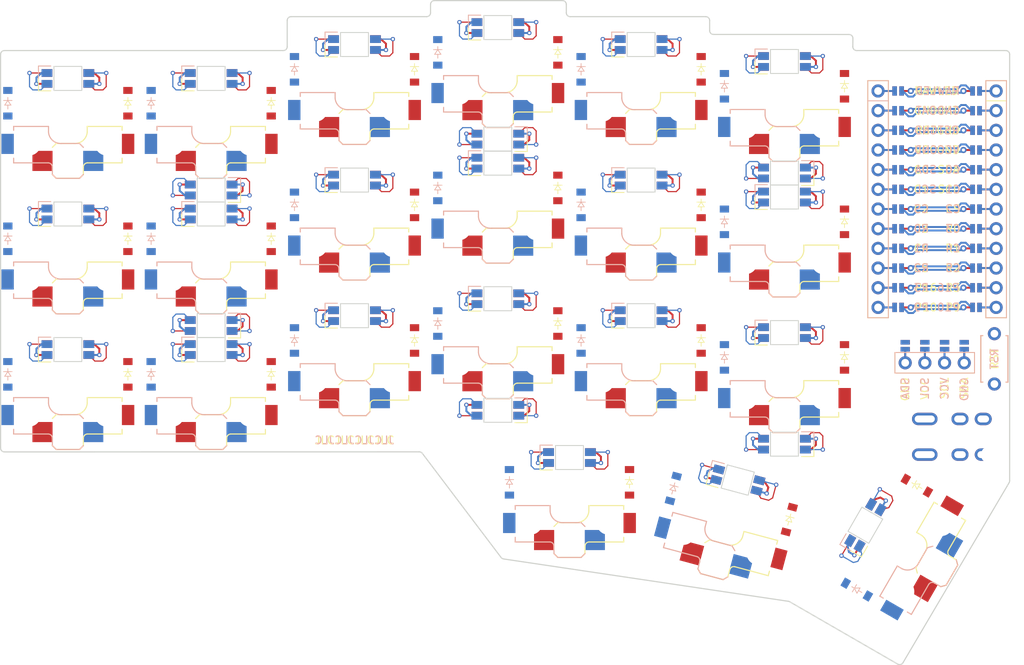
<source format=kicad_pcb>
(kicad_pcb (version 20240108) (generator "ergogen") (generator_version "4.1.0")
  (title_block (title "corney_island") (date "2025-03-05") (rev "0.2") (company "ceoloide"))
  (layers (0 "F.Cu" signal) (31 "B.Cu" signal) (34 "B.Paste" user) (35 "F.Paste" user) (36 "B.SilkS" user "B.Silkscreen") (37 "F.SilkS" user "F.Silkscreen") (38 "B.Mask" user) (39 "F.Mask" user) (44 "Edge.Cuts" user))
  (net 0 "")
  (net 1 "C0")
  (net 2 "outer_bottom_B")
  (net 3 "GND")
  (net 4 "D1")
  (net 5 "D2")
  (net 6 "outer_home_B")
  (net 7 "outer_top_B")
  (net 8 "C1")
  (net 9 "pinky_bottom_B")
  (net 10 "pinky_home_B")
  (net 11 "pinky_top_B")
  (net 12 "C2")
  (net 13 "ring_bottom_B")
  (net 14 "ring_home_B")
  (net 15 "ring_top_B")
  (net 16 "C3")
  (net 17 "middle_bottom_B")
  (net 18 "middle_home_B")
  (net 19 "middle_top_B")
  (net 20 "C4")
  (net 21 "index_bottom_B")
  (net 22 "index_home_B")
  (net 23 "index_top_B")
  (net 24 "C5")
  (net 25 "inner_bottom_B")
  (net 26 "inner_home_B")
  (net 27 "inner_top_B")
  (net 28 "near_home_B")
  (net 29 "mid_home_B")
  (net 30 "far_home_B")
  (net 31 "R2")
  (net 32 "R1")
  (net 33 "R0")
  (net 34 "R3")
  (net 35 "outer_bottom_F")
  (net 36 "outer_home_F")
  (net 37 "outer_top_F")
  (net 38 "pinky_bottom_F")
  (net 39 "pinky_home_F")
  (net 40 "pinky_top_F")
  (net 41 "ring_bottom_F")
  (net 42 "ring_home_F")
  (net 43 "ring_top_F")
  (net 44 "middle_bottom_F")
  (net 45 "middle_home_F")
  (net 46 "middle_top_F")
  (net 47 "index_bottom_F")
  (net 48 "index_home_F")
  (net 49 "index_top_F")
  (net 50 "inner_bottom_F")
  (net 51 "inner_home_F")
  (net 52 "inner_top_F")
  (net 53 "near_home_F")
  (net 54 "mid_home_F")
  (net 55 "far_home_F")
  (net 56 "RAW")
  (net 57 "RST")
  (net 58 "VCC")
  (net 59 "P16")
  (net 60 "P10")
  (net 61 "LED")
  (net 62 "DAT")
  (net 63 "SDA")
  (net 64 "SCL")
  (net 65 "CS")
  (net 66 "P9")
  (net 67 "P101")
  (net 68 "P102")
  (net 69 "P107")
  (net 70 "MCU1_24")
  (net 71 "MCU1_1")
  (net 72 "MCU1_23")
  (net 73 "MCU1_2")
  (net 74 "MCU1_22")
  (net 75 "MCU1_3")
  (net 76 "MCU1_21")
  (net 77 "MCU1_4")
  (net 78 "MCU1_20")
  (net 79 "MCU1_5")
  (net 80 "MCU1_19")
  (net 81 "MCU1_6")
  (net 82 "MCU1_18")
  (net 83 "MCU1_7")
  (net 84 "MCU1_17")
  (net 85 "MCU1_8")
  (net 86 "MCU1_16")
  (net 87 "MCU1_9")
  (net 88 "MCU1_15")
  (net 89 "MCU1_10")
  (net 90 "MCU1_14")
  (net 91 "MCU1_11")
  (net 92 "MCU1_13")
  (net 93 "MCU1_12")
  (net 94 "DISP1_1")
  (net 95 "DISP1_2")
  (net 96 "DISP1_3")
  (net 97 "DISP1_4")
  (net 98 "LED_21")
  (net 99 "LED_20")
  (net 100 "LED_19")
  (net 101 "LED_18")
  (net 102 "LED_16")
  (net 103 "LED_15")
  (net 104 "LED_17")
  (net 105 "LED_14")
  (net 106 "LED_13")
  (net 107 "LED_12")
  (net 108 "LED_10")
  (net 109 "LED_9")
  (net 110 "LED_11")
  (net 111 "LED_7")
  (net 112 "LED_6")
  (net 113 "LED_5")
  (net 114 "LED_4")
  (net 115 "LED_2")
  (net 116 "LED_1")
  (net 117 "LED_3")
  (net 118 "LED_8")
  (net 119 "ULED_6")
  (net 120 "ULED_1")
  (net 121 "ULED_2")
  (net 122 "ULED_3")
  (net 123 "ULED_4")
  (net 124 "ULED_5")
  (footprint "ceoloide:mounting_hole_npth" (layer "F.Cu") (at 204.927 100.4385 0)
    (property "Reference" "MH1" hide)
  )
  (footprint "ceoloide:mounting_hole_npth" (layer "F.Cu") (at 218.969 108.8825 0)
    (property "Reference" "MH2" hide)
  )
  (footprint "ceoloide:mounting_hole_npth" (layer "F.Cu") (at 109.25 73.75 0)
    (property "Reference" "MH3" hide)
  )
  (footprint "ceoloide:mounting_hole_npth" (layer "F.Cu") (at 109.25 91.25 0)
    (property "Reference" "MH4" hide)
  )
  (footprint "ceoloide:mounting_hole_npth" (layer "F.Cu") (at 183.218 70.4235 0)
    (property "Reference" "MH5" hide)
  )
  (footprint "ceoloide:mounting_hole_npth" (layer "F.Cu") (at 151.157 107.365 0)
    (property "Reference" "MH6" hide)
  )
  (footprint "ceoloide:mounting_hole_npth" (layer "F.Cu") (at 197.1576078 114.6317481 60)
    (property "Reference" "MH7" hide)
  )
  (footprint "ceoloide:switch_choc_v1_v2" (layer "B.Cu") (at 100 100 180)
    (property "Reference" "S1" hide)
  )
  (footprint "ceoloide:switch_choc_v1_v2" (layer "B.Cu") (at 100 82.5 180)
    (property "Reference" "S2" hide)
  )
  (footprint "ceoloide:switch_choc_v1_v2" (layer "B.Cu") (at 100 65 180)
    (property "Reference" "S3" hide)
  )
  (footprint "ceoloide:switch_choc_v1_v2" (layer "B.Cu") (at 118.5 100 180)
    (property "Reference" "S4" hide)
  )
  (footprint "ceoloide:switch_choc_v1_v2" (layer "B.Cu") (at 118.5 82.5 180)
    (property "Reference" "S5" hide)
  )
  (footprint "ceoloide:switch_choc_v1_v2" (layer "B.Cu") (at 118.5 65 180)
    (property "Reference" "S6" hide)
  )
  (footprint "ceoloide:switch_choc_v1_v2" (layer "B.Cu") (at 137 95.625 180)
    (property "Reference" "S7" hide)
  )
  (footprint "ceoloide:switch_choc_v1_v2" (layer "B.Cu") (at 137 78.125 180)
    (property "Reference" "S8" hide)
  )
  (footprint "ceoloide:switch_choc_v1_v2" (layer "B.Cu") (at 137 60.625 180)
    (property "Reference" "S9" hide)
  )
  (footprint "ceoloide:switch_choc_v1_v2" (layer "B.Cu") (at 155.5 93.4375 180)
    (property "Reference" "S10" hide)
  )
  (footprint "ceoloide:switch_choc_v1_v2" (layer "B.Cu") (at 155.5 75.9375 180)
    (property "Reference" "S11" hide)
  )
  (footprint "ceoloide:switch_choc_v1_v2" (layer "B.Cu") (at 155.5 58.4375 180)
    (property "Reference" "S12" hide)
  )
  (footprint "ceoloide:switch_choc_v1_v2" (layer "B.Cu") (at 174 95.625 180)
    (property "Reference" "S13" hide)
  )
  (footprint "ceoloide:switch_choc_v1_v2" (layer "B.Cu") (at 174 78.125 180)
    (property "Reference" "S14" hide)
  )
  (footprint "ceoloide:switch_choc_v1_v2" (layer "B.Cu") (at 174 60.625 180)
    (property "Reference" "S15" hide)
  )
  (footprint "ceoloide:switch_choc_v1_v2" (layer "B.Cu") (at 192.5 97.8125 180)
    (property "Reference" "S16" hide)
  )
  (footprint "ceoloide:switch_choc_v1_v2" (layer "B.Cu") (at 192.5 80.3125 180)
    (property "Reference" "S17" hide)
  )
  (footprint "ceoloide:switch_choc_v1_v2" (layer "B.Cu") (at 192.5 62.8125 180)
    (property "Reference" "S18" hide)
  )
  (footprint "ceoloide:switch_choc_v1_v2" (layer "B.Cu") (at 164.75 113.9375 180)
    (property "Reference" "S19" hide)
  )
  (footprint "ceoloide:switch_choc_v1_v2" (layer "B.Cu") (at 185.25 116.6875 165)
    (property "Reference" "S20" hide)
  )
  (footprint "ceoloide:switch_choc_v1_v2" (layer "B.Cu") (at 207.0138429 120.3222481 240)
    (property "Reference" "S21" hide)
  )
  (footprint "ceoloide:diode_tht_sod123" (layer "B.Cu") (at 92.25 98.5 -90)
    (property "Reference" "D1" hide)
  )
  (footprint "ceoloide:diode_tht_sod123" (layer "B.Cu") (at 92.25 81 -90)
    (property "Reference" "D2" hide)
  )
  (footprint "ceoloide:diode_tht_sod123" (layer "B.Cu") (at 92.25 63.5 -90)
    (property "Reference" "D3" hide)
  )
  (footprint "ceoloide:diode_tht_sod123" (layer "B.Cu") (at 110.75 98.5 -90)
    (property "Reference" "D4" hide)
  )
  (footprint "ceoloide:diode_tht_sod123" (layer "B.Cu") (at 110.75 81 -90)
    (property "Reference" "D5" hide)
  )
  (footprint "ceoloide:diode_tht_sod123" (layer "B.Cu") (at 110.75 63.5 -90)
    (property "Reference" "D6" hide)
  )
  (footprint "ceoloide:diode_tht_sod123" (layer "B.Cu") (at 129.25 94.125 -90)
    (property "Reference" "D7" hide)
  )
  (footprint "ceoloide:diode_tht_sod123" (layer "B.Cu") (at 129.25 76.625 -90)
    (property "Reference" "D8" hide)
  )
  (footprint "ceoloide:diode_tht_sod123" (layer "B.Cu") (at 129.25 59.125 -90)
    (property "Reference" "D9" hide)
  )
  (footprint "ceoloide:diode_tht_sod123" (layer "B.Cu") (at 147.75 91.9375 -90)
    (property "Reference" "D10" hide)
  )
  (footprint "ceoloide:diode_tht_sod123" (layer "B.Cu") (at 147.75 74.4375 -90)
    (property "Reference" "D11" hide)
  )
  (footprint "ceoloide:diode_tht_sod123" (layer "B.Cu") (at 147.75 56.9375 -90)
    (property "Reference" "D12" hide)
  )
  (footprint "ceoloide:diode_tht_sod123" (layer "B.Cu") (at 166.25 94.125 -90)
    (property "Reference" "D13" hide)
  )
  (footprint "ceoloide:diode_tht_sod123" (layer "B.Cu") (at 166.25 76.625 -90)
    (property "Reference" "D14" hide)
  )
  (footprint "ceoloide:diode_tht_sod123" (layer "B.Cu") (at 166.25 59.125 -90)
    (property "Reference" "D15" hide)
  )
  (footprint "ceoloide:diode_tht_sod123" (layer "B.Cu") (at 184.75 96.3125 -90)
    (property "Reference" "D16" hide)
  )
  (footprint "ceoloide:diode_tht_sod123" (layer "B.Cu") (at 184.75 78.8125 -90)
    (property "Reference" "D17" hide)
  )
  (footprint "ceoloide:diode_tht_sod123" (layer "B.Cu") (at 184.75 61.3125 -90)
    (property "Reference" "D18" hide)
  )
  (footprint "ceoloide:diode_tht_sod123" (layer "B.Cu") (at 157 112.4375 -90)
    (property "Reference" "D19" hide)
  )
  (footprint "ceoloide:diode_tht_sod123" (layer "B.Cu") (at 178.1523034 113.2327637 -105)
    (property "Reference" "D20" hide)
  )
  (footprint "ceoloide:diode_tht_sod123" (layer "B.Cu") (at 201.8398048 126.28394499999999 -30)
    (property "Reference" "D21" hide)
  )
  (footprint "ceoloide:switch_choc_v1_v2" (layer "F.Cu") (at 100 100 180)
    (property "Reference" "S22" hide)
  )
  (footprint "ceoloide:switch_choc_v1_v2" (layer "F.Cu") (at 100 82.5 180)
    (property "Reference" "S23" hide)
  )
  (footprint "ceoloide:switch_choc_v1_v2" (layer "F.Cu") (at 100 65 180)
    (property "Reference" "S24" hide)
  )
  (footprint "ceoloide:switch_choc_v1_v2" (layer "F.Cu") (at 118.5 100 180)
    (property "Reference" "S25" hide)
  )
  (footprint "ceoloide:switch_choc_v1_v2" (layer "F.Cu") (at 118.5 82.5 180)
    (property "Reference" "S26" hide)
  )
  (footprint "ceoloide:switch_choc_v1_v2" (layer "F.Cu") (at 118.5 65 180)
    (property "Reference" "S27" hide)
  )
  (footprint "ceoloide:switch_choc_v1_v2" (layer "F.Cu") (at 137 95.625 180)
    (property "Reference" "S28" hide)
  )
  (footprint "ceoloide:switch_choc_v1_v2" (layer "F.Cu") (at 137 78.125 180)
    (property "Reference" "S29" hide)
  )
  (footprint "ceoloide:switch_choc_v1_v2" (layer "F.Cu") (at 137 60.625 180)
    (property "Reference" "S30" hide)
  )
  (footprint "ceoloide:switch_choc_v1_v2" (layer "F.Cu") (at 155.5 93.4375 180)
    (property "Reference" "S31" hide)
  )
  (footprint "ceoloide:switch_choc_v1_v2" (layer "F.Cu") (at 155.5 75.9375 180)
    (property "Reference" "S32" hide)
  )
  (footprint "ceoloide:switch_choc_v1_v2" (layer "F.Cu") (at 155.5 58.4375 180)
    (property "Reference" "S33" hide)
  )
  (footprint "ceoloide:switch_choc_v1_v2" (layer "F.Cu") (at 174 95.625 180)
    (property "Reference" "S34" hide)
  )
  (footprint "ceoloide:switch_choc_v1_v2" (layer "F.Cu") (at 174 78.125 180)
    (property "Reference" "S35" hide)
  )
  (footprint "ceoloide:switch_choc_v1_v2" (layer "F.Cu") (at 174 60.625 180)
    (property "Reference" "S36" hide)
  )
  (footprint "ceoloide:switch_choc_v1_v2" (layer "F.Cu") (at 192.5 97.8125 180)
    (property "Reference" "S37" hide)
  )
  (footprint "ceoloide:switch_choc_v1_v2" (layer "F.Cu") (at 192.5 80.3125 180)
    (property "Reference" "S38" hide)
  )
  (footprint "ceoloide:switch_choc_v1_v2" (layer "F.Cu") (at 192.5 62.8125 180)
    (property "Reference" "S39" hide)
  )
  (footprint "ceoloide:switch_choc_v1_v2" (layer "F.Cu") (at 164.75 113.9375 180)
    (property "Reference" "S40" hide)
  )
  (footprint "ceoloide:switch_choc_v1_v2" (layer "F.Cu") (at 185.25 116.6875 165)
    (property "Reference" "S41" hide)
  )
  (footprint "ceoloide:switch_choc_v1_v2" (layer "F.Cu") (at 207.0138429 120.3222481 240)
    (property "Reference" "S42" hide)
  )
  (footprint "ceoloide:diode_tht_sod123" (layer "F.Cu") (at 107.75 98.5 -90)
    (property "Reference" "D22" hide)
  )
  (footprint "ceoloide:diode_tht_sod123" (layer "F.Cu") (at 107.75 81 -90)
    (property "Reference" "D23" hide)
  )
  (footprint "ceoloide:diode_tht_sod123" (layer "F.Cu") (at 107.75 63.5 -90)
    (property "Reference" "D24" hide)
  )
  (footprint "ceoloide:diode_tht_sod123" (layer "F.Cu") (at 126.25 98.5 -90)
    (property "Reference" "D25" hide)
  )
  (footprint "ceoloide:diode_tht_sod123" (layer "F.Cu") (at 126.25 81 -90)
    (property "Reference" "D26" hide)
  )
  (footprint "ceoloide:diode_tht_sod123" (layer "F.Cu") (at 126.25 63.5 -90)
    (property "Reference" "D27" hide)
  )
  (footprint "ceoloide:diode_tht_sod123" (layer "F.Cu") (at 144.75 94.125 -90)
    (property "Reference" "D28" hide)
  )
  (footprint "ceoloide:diode_tht_sod123" (layer "F.Cu") (at 144.75 76.625 -90)
    (property "Reference" "D29" hide)
  )
  (footprint "ceoloide:diode_tht_sod123" (layer "F.Cu") (at 144.75 59.125 -90)
    (property "Reference" "D30" hide)
  )
  (footprint "ceoloide:diode_tht_sod123" (layer "F.Cu") (at 163.25 91.9375 -90)
    (property "Reference" "D31" hide)
  )
  (footprint "ceoloide:diode_tht_sod123" (layer "F.Cu") (at 163.25 74.4375 -90)
    (property "Reference" "D32" hide)
  )
  (footprint "ceoloide:diode_tht_sod123" (layer "F.Cu") (at 163.25 56.9375 -90)
    (property "Reference" "D33" hide)
  )
  (footprint "ceoloide:diode_tht_sod123" (layer "F.Cu") (at 181.75 94.125 -90)
    (property "Reference" "D34" hide)
  )
  (footprint "ceoloide:diode_tht_sod123" (layer "F.Cu") (at 181.75 76.625 -90)
    (property "Reference" "D35" hide)
  )
  (footprint "ceoloide:diode_tht_sod123" (layer "F.Cu") (at 181.75 59.125 -90)
    (property "Reference" "D36" hide)
  )
  (footprint "ceoloide:diode_tht_sod123" (layer "F.Cu") (at 200.25 96.3125 -90)
    (property "Reference" "D37" hide)
  )
  (footprint "ceoloide:diode_tht_sod123" (layer "F.Cu") (at 200.25 78.8125 -90)
    (property "Reference" "D38" hide)
  )
  (footprint "ceoloide:diode_tht_sod123" (layer "F.Cu") (at 200.25 61.3125 -90)
    (property "Reference" "D39" hide)
  )
  (footprint "ceoloide:diode_tht_sod123" (layer "F.Cu") (at 172.5 112.4375 -90)
    (property "Reference" "D40" hide)
  )
  (footprint "ceoloide:diode_tht_sod123" (layer "F.Cu") (at 193.1241537 117.2444589 -105)
    (property "Reference" "D41" hide)
  )
  (footprint "ceoloide:diode_tht_sod123" (layer "F.Cu") (at 209.5898048 112.8605512 -30)
    (property "Reference" "D42" hide)
  )
  (footprint "ceoloide:mcu_nice_nano" (layer "F.Cu") (at 212.204 74.62 0)
    (property "Reference" "MCU1" hide)
  )
  (segment (start 216.78400000000002 61.92) (end 215.604 61.92) (width 0.25) (layer "F.Cu"))
  (segment (start 207.624 61.92) (end 208.804 61.92) (width 0.25) (layer "F.Cu"))
  (segment (start 204.584 61.92) (end 206.704 61.92) (width 0.25) (layer "F.Cu"))
  (segment (start 204.584 61.92) (end 206.704 61.92) (width 0.25) (layer "B.Cu"))
  (segment (start 217.704 61.92) (end 219.824 61.92) (width 0.25) (layer "F.Cu"))
  (segment (start 219.824 61.92) (end 217.704 61.92) (width 0.25) (layer "B.Cu"))
  (segment (start 209.59930500000002 62.150000000000006) (end 215.374 62.150000000000006) (width 0.25) (layer "B.Cu"))
  (segment (start 207.429 61.92) (end 207.778695 61.92) (width 0.25) (layer "B.Cu"))
  (segment (start 208.503695 62.645) (end 209.104305 62.645) (width 0.25) (layer "B.Cu"))
  (segment (start 207.778695 61.92) (end 208.503695 62.645) (width 0.25) (layer "B.Cu"))
  (segment (start 209.104305 62.645) (end 209.59930500000002 62.150000000000006) (width 0.25) (layer "B.Cu"))
  (segment (start 216.979 61.92) (end 216.62930500000002 61.92) (width 0.25) (layer "B.Cu"))
  (segment (start 214.798695 61.7) (end 209.024 61.7) (width 0.25) (layer "B.Cu"))
  (segment (start 216.62930500000002 61.92) (end 215.90430500000002 61.19500000000001) (width 0.25) (layer "B.Cu"))
  (segment (start 215.90430500000002 61.19500000000001) (end 215.303695 61.19500000000001) (width 0.25) (layer "B.Cu"))
  (segment (start 215.303695 61.19500000000001) (end 214.798695 61.7) (width 0.25) (layer "B.Cu"))
  (segment (start 216.78400000000002 64.46000000000001) (end 215.604 64.46000000000001) (width 0.25) (layer "F.Cu"))
  (segment (start 207.624 64.46000000000001) (end 208.804 64.46000000000001) (width 0.25) (layer "F.Cu"))
  (segment (start 204.584 64.46000000000001) (end 206.704 64.46000000000001) (width 0.25) (layer "F.Cu"))
  (segment (start 204.584 64.46000000000001) (end 206.704 64.46000000000001) (width 0.25) (layer "B.Cu"))
  (segment (start 217.704 64.46000000000001) (end 219.824 64.46000000000001) (width 0.25) (layer "F.Cu"))
  (segment (start 219.824 64.46000000000001) (end 217.704 64.46000000000001) (width 0.25) (layer "B.Cu"))
  (segment (start 209.59930500000002 64.69) (end 215.374 64.69) (width 0.25) (layer "B.Cu"))
  (segment (start 207.429 64.46000000000001) (end 207.778695 64.46000000000001) (width 0.25) (layer "B.Cu"))
  (segment (start 208.503695 65.185) (end 209.104305 65.185) (width 0.25) (layer "B.Cu"))
  (segment (start 207.778695 64.46000000000001) (end 208.503695 65.185) (width 0.25) (layer "B.Cu"))
  (segment (start 209.104305 65.185) (end 209.59930500000002 64.69) (width 0.25) (layer "B.Cu"))
  (segment (start 216.979 64.46000000000001) (end 216.62930500000002 64.46000000000001) (width 0.25) (layer "B.Cu"))
  (segment (start 214.798695 64.24000000000001) (end 209.024 64.24000000000001) (width 0.25) (layer "B.Cu"))
  (segment (start 216.62930500000002 64.46000000000001) (end 215.90430500000002 63.73500000000001) (width 0.25) (layer "B.Cu"))
  (segment (start 215.90430500000002 63.73500000000001) (end 215.303695 63.73500000000001) (width 0.25) (layer "B.Cu"))
  (segment (start 215.303695 63.73500000000001) (end 214.798695 64.24000000000001) (width 0.25) (layer "B.Cu"))
  (segment (start 216.78400000000002 67) (end 215.604 67) (width 0.25) (layer "F.Cu"))
  (segment (start 207.624 67) (end 208.804 67) (width 0.25) (layer "F.Cu"))
  (segment (start 204.584 67) (end 206.704 67) (width 0.25) (layer "F.Cu"))
  (segment (start 204.584 67) (end 206.704 67) (width 0.25) (layer "B.Cu"))
  (segment (start 217.704 67) (end 219.824 67) (width 0.25) (layer "F.Cu"))
  (segment (start 219.824 67) (end 217.704 67) (width 0.25) (layer "B.Cu"))
  (segment (start 209.59930500000002 67.23) (end 215.374 67.23) (width 0.25) (layer "B.Cu"))
  (segment (start 207.429 67) (end 207.778695 67) (width 0.25) (layer "B.Cu"))
  (segment (start 208.503695 67.72500000000001) (end 209.104305 67.72500000000001) (width 0.25) (layer "B.Cu"))
  (segment (start 207.778695 67) (end 208.503695 67.72500000000001) (width 0.25) (layer "B.Cu"))
  (segment (start 209.104305 67.72500000000001) (end 209.59930500000002 67.23) (width 0.25) (layer "B.Cu"))
  (segment (start 216.979 67) (end 216.62930500000002 67) (width 0.25) (layer "B.Cu"))
  (segment (start 214.798695 66.78) (end 209.024 66.78) (width 0.25) (layer "B.Cu"))
  (segment (start 216.62930500000002 67) (end 215.90430500000002 66.275) (width 0.25) (layer "B.Cu"))
  (segment (start 215.90430500000002 66.275) (end 215.303695 66.275) (width 0.25) (layer "B.Cu"))
  (segment (start 215.303695 66.275) (end 214.798695 66.78) (width 0.25) (layer "B.Cu"))
  (segment (start 216.78400000000002 69.54) (end 215.604 69.54) (width 0.25) (layer "F.Cu"))
  (segment (start 207.624 69.54) (end 208.804 69.54) (width 0.25) (layer "F.Cu"))
  (segment (start 204.584 69.54) (end 206.704 69.54) (width 0.25) (layer "F.Cu"))
  (segment (start 204.584 69.54) (end 206.704 69.54) (width 0.25) (layer "B.Cu"))
  (segment (start 217.704 69.54) (end 219.824 69.54) (width 0.25) (layer "F.Cu"))
  (segment (start 219.824 69.54) (end 217.704 69.54) (width 0.25) (layer "B.Cu"))
  (segment (start 209.59930500000002 69.77000000000001) (end 215.374 69.77000000000001) (width 0.25) (layer "B.Cu"))
  (segment (start 207.429 69.54) (end 207.778695 69.54) (width 0.25) (layer "B.Cu"))
  (segment (start 208.503695 70.265) (end 209.104305 70.265) (width 0.25) (layer "B.Cu"))
  (segment (start 207.778695 69.54) (end 208.503695 70.265) (width 0.25) (layer "B.Cu"))
  (segment (start 209.104305 70.265) (end 209.59930500000002 69.77000000000001) (width 0.25) (layer "B.Cu"))
  (segment (start 216.979 69.54) (end 216.62930500000002 69.54) (width 0.25) (layer "B.Cu"))
  (segment (start 214.798695 69.32000000000001) (end 209.024 69.32000000000001) (width 0.25) (layer "B.Cu"))
  (segment (start 216.62930500000002 69.54) (end 215.90430500000002 68.815) (width 0.25) (layer "B.Cu"))
  (segment (start 215.90430500000002 68.815) (end 215.303695 68.815) (width 0.25) (layer "B.Cu"))
  (segment (start 215.303695 68.815) (end 214.798695 69.32000000000001) (width 0.25) (layer "B.Cu"))
  (segment (start 216.78400000000002 72.08) (end 215.604 72.08) (width 0.25) (layer "F.Cu"))
  (segment (start 207.624 72.08) (end 208.804 72.08) (width 0.25) (layer "F.Cu"))
  (segment (start 204.584 72.08) (end 206.704 72.08) (width 0.25) (layer "F.Cu"))
  (segment (start 204.584 72.08) (end 206.704 72.08) (width 0.25) (layer "B.Cu"))
  (segment (start 217.704 72.08) (end 219.824 72.08) (width 0.25) (layer "F.Cu"))
  (segment (start 219.824 72.08) (end 217.704 72.08) (width 0.25) (layer "B.Cu"))
  (segment (start 209.59930500000002 72.31) (end 215.374 72.31) (width 0.25) (layer "B.Cu"))
  (segment (start 207.429 72.08) (end 207.778695 72.08) (width 0.25) (layer "B.Cu"))
  (segment (start 208.503695 72.805) (end 209.104305 72.805) (width 0.25) (layer "B.Cu"))
  (segment (start 207.778695 72.08) (end 208.503695 72.805) (width 0.25) (layer "B.Cu"))
  (segment (start 209.104305 72.805) (end 209.59930500000002 72.31) (width 0.25) (layer "B.Cu"))
  (segment (start 216.979 72.08) (end 216.62930500000002 72.08) (width 0.25) (layer "B.Cu"))
  (segment (start 214.798695 71.86) (end 209.024 71.86) (width 0.25) (layer "B.Cu"))
  (segment (start 216.62930500000002 72.08) (end 215.90430500000002 71.355) (width 0.25) (layer "B.Cu"))
  (segment (start 215.90430500000002 71.355) (end 215.303695 71.355) (width 0.25) (layer "B.Cu"))
  (segment (start 215.303695 71.355) (end 214.798695 71.86) (width 0.25) (layer "B.Cu"))
  (segment (start 216.78400000000002 74.62) (end 215.604 74.62) (width 0.25) (layer "F.Cu"))
  (segment (start 207.624 74.62) (end 208.804 74.62) (width 0.25) (layer "F.Cu"))
  (segment (start 204.584 74.62) (end 206.704 74.62) (width 0.25) (layer "F.Cu"))
  (segment (start 204.584 74.62) (end 206.704 74.62) (width 0.25) (layer "B.Cu"))
  (segment (start 217.704 74.62) (end 219.824 74.62) (width 0.25) (layer "F.Cu"))
  (segment (start 219.824 74.62) (end 217.704 74.62) (width 0.25) (layer "B.Cu"))
  (segment (start 209.59930500000002 74.85000000000001) (end 215.374 74.85000000000001) (width 0.25) (layer "B.Cu"))
  (segment (start 207.429 74.62) (end 207.778695 74.62) (width 0.25) (layer "B.Cu"))
  (segment (start 208.503695 75.345) (end 209.104305 75.345) (width 0.25) (layer "B.Cu"))
  (segment (start 207.778695 74.62) (end 208.503695 75.345) (width 0.25) (layer "B.Cu"))
  (segment (start 209.104305 75.345) (end 209.59930500000002 74.85000000000001) (width 0.25) (layer "B.Cu"))
  (segment (start 216.979 74.62) (end 216.62930500000002 74.62) (width 0.25) (layer "B.Cu"))
  (segment (start 214.798695 74.4) (end 209.024 74.4) (width 0.25) (layer "B.Cu"))
  (segment (start 216.62930500000002 74.62) (end 215.90430500000002 73.89500000000001) (width 0.25) (layer "B.Cu"))
  (segment (start 215.90430500000002 73.89500000000001) (end 215.303695 73.89500000000001) (width 0.25) (layer "B.Cu"))
  (segment (start 215.303695 73.89500000000001) (end 214.798695 74.4) (width 0.25) (layer "B.Cu"))
  (segment (start 216.78400000000002 77.16000000000001) (end 215.604 77.16000000000001) (width 0.25) (layer "F.Cu"))
  (segment (start 207.624 77.16000000000001) (end 208.804 77.16000000000001) (width 0.25) (layer "F.Cu"))
  (segment (start 204.584 77.16000000000001) (end 206.704 77.16000000000001) (width 0.25) (layer "F.Cu"))
  (segment (start 204.584 77.16000000000001) (end 206.704 77.16000000000001) (width 0.25) (layer "B.Cu"))
  (segment (start 217.704 77.16000000000001) (end 219.824 77.16000000000001) (width 0.25) (layer "F.Cu"))
  (segment (start 219.824 77.16000000000001) (end 217.704 77.16000000000001) (width 0.25) (layer "B.Cu"))
  (segment (start 209.59930500000002 77.39) (end 215.374 77.39) (width 0.25) (layer "B.Cu"))
  (segment (start 207.429 77.16000000000001) (end 207.778695 77.16000000000001) (width 0.25) (layer "B.Cu"))
  (segment (start 208.503695 77.885) (end 209.104305 77.885) (width 0.25) (layer "B.Cu"))
  (segment (start 207.778695 77.16000000000001) (end 208.503695 77.885) (width 0.25) (layer "B.Cu"))
  (segment (start 209.104305 77.885) (end 209.59930500000002 77.39) (width 0.25) (layer "B.Cu"))
  (segment (start 216.979 77.16000000000001) (end 216.62930500000002 77.16000000000001) (width 0.25) (layer "B.Cu"))
  (segment (start 214.798695 76.94) (end 209.024 76.94) (width 0.25) (layer "B.Cu"))
  (segment (start 216.62930500000002 77.16000000000001) (end 215.90430500000002 76.435) (width 0.25) (layer "B.Cu"))
  (segment (start 215.90430500000002 76.435) (end 215.303695 76.435) (width 0.25) (layer "B.Cu"))
  (segment (start 215.303695 76.435) (end 214.798695 76.94) (width 0.25) (layer "B.Cu"))
  (segment (start 216.78400000000002 79.7) (end 215.604 79.7) (width 0.25) (layer "F.Cu"))
  (segment (start 207.624 79.7) (end 208.804 79.7) (width 0.25) (layer "F.Cu"))
  (segment (start 204.584 79.7) (end 206.704 79.7) (width 0.25) (layer "F.Cu"))
  (segment (start 204.584 79.7) (end 206.704 79.7) (width 0.25) (layer "B.Cu"))
  (segment (start 217.704 79.7) (end 219.824 79.7) (width 0.25) (layer "F.Cu"))
  (segment (start 219.824 79.7) (end 217.704 79.7) (width 0.25) (layer "B.Cu"))
  (segment (start 209.59930500000002 79.93) (end 215.374 79.93) (width 0.25) (layer "B.Cu"))
  (segment (start 207.429 79.7) (end 207.778695 79.7) (width 0.25) (layer "B.Cu"))
  (segment (start 208.503695 80.42500000000001) (end 209.104305 80.42500000000001) (width 0.25) (layer "B.Cu"))
  (segment (start 207.778695 79.7) (end 208.503695 80.42500000000001) (width 0.25) (layer "B.Cu"))
  (segment (start 209.104305 80.42500000000001) (end 209.59930500000002 79.93) (width 0.25) (layer "B.Cu"))
  (segment (start 216.979 79.7) (end 216.62930500000002 79.7) (width 0.25) (layer "B.Cu"))
  (segment (start 214.798695 79.48) (end 209.024 79.48) (width 0.25) (layer "B.Cu"))
  (segment (start 216.62930500000002 79.7) (end 215.90430500000002 78.97500000000001) (width 0.25) (layer "B.Cu"))
  (segment (start 215.90430500000002 78.97500000000001) (end 215.303695 78.97500000000001) (width 0.25) (layer "B.Cu"))
  (segment (start 215.303695 78.97500000000001) (end 214.798695 79.48) (width 0.25) (layer "B.Cu"))
  (segment (start 216.78400000000002 82.24000000000001) (end 215.604 82.24000000000001) (width 0.25) (layer "F.Cu"))
  (segment (start 207.624 82.24000000000001) (end 208.804 82.24000000000001) (width 0.25) (layer "F.Cu"))
  (segment (start 204.584 82.24000000000001) (end 206.704 82.24000000000001) (width 0.25) (layer "F.Cu"))
  (segment (start 204.584 82.24000000000001) (end 206.704 82.24000000000001) (width 0.25) (layer "B.Cu"))
  (segment (start 217.704 82.24000000000001) (end 219.824 82.24000000000001) (width 0.25) (layer "F.Cu"))
  (segment (start 219.824 82.24000000000001) (end 217.704 82.24000000000001) (width 0.25) (layer "B.Cu"))
  (segment (start 209.59930500000002 82.47) (end 215.374 82.47) (width 0.25) (layer "B.Cu"))
  (segment (start 207.429 82.24000000000001) (end 207.778695 82.24000000000001) (width 0.25) (layer "B.Cu"))
  (segment (start 208.503695 82.965) (end 209.104305 82.965) (width 0.25) (layer "B.Cu"))
  (segment (start 207.778695 82.24000000000001) (end 208.503695 82.965) (width 0.25) (layer "B.Cu"))
  (segment (start 209.104305 82.965) (end 209.59930500000002 82.47) (width 0.25) (layer "B.Cu"))
  (segment (start 216.979 82.24000000000001) (end 216.62930500000002 82.24000000000001) (width 0.25) (layer "B.Cu"))
  (segment (start 214.798695 82.02000000000001) (end 209.024 82.02000000000001) (width 0.25) (layer "B.Cu"))
  (segment (start 216.62930500000002 82.24000000000001) (end 215.90430500000002 81.515) (width 0.25) (layer "B.Cu"))
  (segment (start 215.90430500000002 81.515) (end 215.303695 81.515) (width 0.25) (layer "B.Cu"))
  (segment (start 215.303695 81.515) (end 214.798695 82.02000000000001) (width 0.25) (layer "B.Cu"))
  (segment (start 216.78400000000002 84.78) (end 215.604 84.78) (width 0.25) (layer "F.Cu"))
  (segment (start 207.624 84.78) (end 208.804 84.78) (width 0.25) (layer "F.Cu"))
  (segment (start 204.584 84.78) (end 206.704 84.78) (width 0.25) (layer "F.Cu"))
  (segment (start 204.584 84.78) (end 206.704 84.78) (width 0.25) (layer "B.Cu"))
  (segment (start 217.704 84.78) (end 219.824 84.78) (width 0.25) (layer "F.Cu"))
  (segment (start 219.824 84.78) (end 217.704 84.78) (width 0.25) (layer "B.Cu"))
  (segment (start 209.59930500000002 85.01) (end 215.374 85.01) (width 0.25) (layer "B.Cu"))
  (segment (start 207.429 84.78) (end 207.778695 84.78) (width 0.25) (layer "B.Cu"))
  (segment (start 208.503695 85.50500000000001) (end 209.104305 85.50500000000001) (width 0.25) (layer "B.Cu"))
  (segment (start 207.778695 84.78) (end 208.503695 85.50500000000001) (width 0.25) (layer "B.Cu"))
  (segment (start 209.104305 85.50500000000001) (end 209.59930500000002 85.01) (width 0.25) (layer "B.Cu"))
  (segment (start 216.979 84.78) (end 216.62930500000002 84.78) (width 0.25) (layer "B.Cu"))
  (segment (start 214.798695 84.56) (end 209.024 84.56) (width 0.25) (layer "B.Cu"))
  (segment (start 216.62930500000002 84.78) (end 215.90430500000002 84.055) (width 0.25) (layer "B.Cu"))
  (segment (start 215.90430500000002 84.055) (end 215.303695 84.055) (width 0.25) (layer "B.Cu"))
  (segment (start 215.303695 84.055) (end 214.798695 84.56) (width 0.25) (layer "B.Cu"))
  (segment (start 216.78400000000002 87.32000000000001) (end 215.604 87.32000000000001) (width 0.25) (layer "F.Cu"))
  (segment (start 207.624 87.32000000000001) (end 208.804 87.32000000000001) (width 0.25) (layer "F.Cu"))
  (segment (start 204.584 87.32000000000001) (end 206.704 87.32000000000001) (width 0.25) (layer "F.Cu"))
  (segment (start 204.584 87.32000000000001) (end 206.704 87.32000000000001) (width 0.25) (layer "B.Cu"))
  (segment (start 217.704 87.32000000000001) (end 219.824 87.32000000000001) (width 0.25) (layer "F.Cu"))
  (segment (start 219.824 87.32000000000001) (end 217.704 87.32000000000001) (width 0.25) (layer "B.Cu"))
  (segment (start 209.59930500000002 87.55000000000001) (end 215.374 87.55000000000001) (width 0.25) (layer "B.Cu"))
  (segment (start 207.429 87.32000000000001) (end 207.778695 87.32000000000001) (width 0.25) (layer "B.Cu"))
  (segment (start 208.503695 88.045) (end 209.104305 88.045) (width 0.25) (layer "B.Cu"))
  (segment (start 207.778695 87.32000000000001) (end 208.503695 88.045) (width 0.25) (layer "B.Cu"))
  (segment (start 209.104305 88.045) (end 209.59930500000002 87.55000000000001) (width 0.25) (layer "B.Cu"))
  (segment (start 216.979 87.32000000000001) (end 216.62930500000002 87.32000000000001) (width 0.25) (layer "B.Cu"))
  (segment (start 214.798695 87.10000000000001) (end 209.024 87.10000000000001) (width 0.25) (layer "B.Cu"))
  (segment (start 216.62930500000002 87.32000000000001) (end 215.90430500000002 86.595) (width 0.25) (layer "B.Cu"))
  (segment (start 215.90430500000002 86.595) (end 215.303695 86.595) (width 0.25) (layer "B.Cu"))
  (segment (start 215.303695 86.595) (end 214.798695 87.10000000000001) (width 0.25) (layer "B.Cu"))
  (segment (start 216.78400000000002 89.86) (end 215.604 89.86) (width 0.25) (layer "F.Cu"))
  (segment (start 207.624 89.86) (end 208.804 89.86) (width 0.25) (layer "F.Cu"))
  (segment (start 204.584 89.86) (end 206.704 89.86) (width 0.25) (layer "F.Cu"))
  (segment (start 204.584 89.86) (end 206.704 89.86) (width 0.25) (layer "B.Cu"))
  (segment (start 217.704 89.86) (end 219.824 89.86) (width 0.25) (layer "F.Cu"))
  (segment (start 219.824 89.86) (end 217.704 89.86) (width 0.25) (layer "B.Cu"))
  (segment (start 209.59930500000002 90.09) (end 215.374 90.09) (width 0.25) (layer "B.Cu"))
  (segment (start 207.429 89.86) (end 207.778695 89.86) (width 0.25) (layer "B.Cu"))
  (segment (start 208.503695 90.58500000000001) (end 209.104305 90.58500000000001) (width 0.25) (layer "B.Cu"))
  (segment (start 207.778695 89.86) (end 208.503695 90.58500000000001) (width 0.25) (layer "B.Cu"))
  (segment (start 209.104305 90.58500000000001) (end 209.59930500000002 90.09) (width 0.25) (layer "B.Cu"))
  (segment (start 216.979 89.86) (end 216.62930500000002 89.86) (width 0.25) (layer "B.Cu"))
  (segment (start 214.798695 89.64) (end 209.024 89.64) (width 0.25) (layer "B.Cu"))
  (segment (start 216.62930500000002 89.86) (end 215.90430500000002 89.135) (width 0.25) (layer "B.Cu"))
  (segment (start 215.90430500000002 89.135) (end 215.303695 89.135) (width 0.25) (layer "B.Cu"))
  (segment (start 215.303695 89.135) (end 214.798695 89.64) (width 0.25) (layer "B.Cu"))
  (gr_text "JLCJLCJLCJLC" (at 137 107 0) (layer "F.SilkS") (effects (font (size 1 1))))
  (gr_text "JLCJLCJLCJLC" (at 137 107 0) (layer "B.SilkS") (effects (font (size 1 1)) (justify mirror)))
  (footprint "ceoloide:display_ssd1306" (layer "F.Cu") (at 211.897 80.30799999999999 0)
    (property "Reference" "DISP1" hide)
  )
  (segment (start 208.087 97.008) (end 208.087 95.258) (width 0.25) (layer "F.Cu") (net 94))
  (segment (start 210.62699999999998 97.008) (end 210.62699999999998 95.258) (width 0.25) (layer "F.Cu") (net 95))
  (segment (start 213.167 97.008) (end 213.167 95.258) (width 0.25) (layer "F.Cu") (net 96))
  (segment (start 215.707 97.008) (end 215.707 95.258) (width 0.25) (layer "F.Cu") (net 97))
  (segment (start 208.087 97.008) (end 208.087 95.258) (width 0.25) (layer "B.Cu") (net 94))
  (segment (start 210.62699999999998 97.008) (end 210.62699999999998 95.258) (width 0.25) (layer "B.Cu") (net 95))
  (segment (start 213.167 97.008) (end 213.167 95.258) (width 0.25) (layer "B.Cu") (net 96))
  (segment (start 215.707 97.008) (end 215.707 95.258) (width 0.25) (layer "B.Cu") (net 97))
  (footprint "ceoloide:reset_switch_tht_top" (layer "F.Cu") (at 219.6 96.501 90)
    (property "Reference" "RST1" hide)
  )
  (footprint "ceoloide:trrs_pj320a (reversible, symmetric)" (layer "F.Cu") (at 221.36 106.56 -90)
    (property "Reference" "TRRS1" hide)
  )
  (footprint "ceoloide:led_SK6812mini-e (per-key, reversible)" (layer "B.Cu") (at 100 95.3 0)
    (property "Reference" "LED1" hide)
    (fp_rect (start -1.8 -1.55) (end 1.8 1.55) (layer "Edge.Cuts") (stroke (width 0.12)) (fill none))
  )
  (segment (start 103.4 94.6) (end 104.06 95.194084) (width 0.25) (layer "F.Cu") (net 58))
  (segment (start 104.06 95.194084) (end 104.06 96) (width 0.25) (layer "F.Cu") (net 58))
  (segment (start 102.7 94.6) (end 103.4 94.6) (width 0.25) (layer "F.Cu") (net 58))
  (via (at 104.06 96) (size 0.56) (drill 0.3) (layers "F.Cu" "B.Cu") (net 58))
  (segment (start 102.7 96) (end 104.06 96) (width 0.25) (layer "B.Cu") (net 58))
  (segment (start 104.95 94.6) (end 102.7 94.6) (width 0.15) (layer "B.Cu") (net 98))
  (via (at 104.95 94.6) (size 0.56) (drill 0.3) (layers "F.Cu" "B.Cu") (net 98))
  (segment (start 102.7 96) (end 103.481 96.785) (width 0.15) (layer "F.Cu") (net 98))
  (segment (start 103.481 96.785) (end 104.529 96.785) (width 0.15) (layer "F.Cu") (net 98))
  (segment (start 104.95 96.36) (end 104.95 94.6) (width 0.15) (layer "F.Cu") (net 98))
  (segment (start 104.529 96.785) (end 104.95 96.36) (width 0.15) (layer "F.Cu") (net 98))
  (segment (start 96.6 94.6) (end 95.94 95.194084) (width 0.25) (layer "B.Cu") (net 3))
  (segment (start 95.94 95.194084) (end 95.94 96) (width 0.25) (layer "B.Cu") (net 3))
  (segment (start 97.3 94.6) (end 96.6 94.6) (width 0.25) (layer "B.Cu") (net 3))
  (via (at 95.94 96) (size 0.56) (drill 0.3) (layers "F.Cu" "B.Cu") (net 3))
  (segment (start 97.3 96) (end 95.94 96) (width 0.25) (layer "F.Cu") (net 3))
  (segment (start 95.05 94.6) (end 97.3 94.6) (width 0.15) (layer "F.Cu") (net 99))
  (via (at 95.05 94.6) (size 0.56) (drill 0.3) (layers "F.Cu" "B.Cu") (net 99))
  (segment (start 97.3 96) (end 96.519 96.785) (width 0.15) (layer "B.Cu") (net 99))
  (segment (start 96.519 96.785) (end 95.471 96.785) (width 0.15) (layer "B.Cu") (net 99))
  (segment (start 95.05 96.36) (end 95.05 94.6) (width 0.15) (layer "B.Cu") (net 99))
  (segment (start 95.471 96.785) (end 95.05 96.36) (width 0.15) (layer "B.Cu") (net 99))
  (footprint "ceoloide:led_SK6812mini-e (per-key, reversible)" (layer "B.Cu") (at 100 77.8 0)
    (property "Reference" "LED2" hide)
    (fp_rect (start -1.8 -1.55) (end 1.8 1.55) (layer "Edge.Cuts") (stroke (width 0.12)) (fill none))
  )
  (segment (start 103.4 77.1) (end 104.06 77.694084) (width 0.25) (layer "F.Cu") (net 58))
  (segment (start 104.06 77.694084) (end 104.06 78.5) (width 0.25) (layer "F.Cu") (net 58))
  (segment (start 102.7 77.1) (end 103.4 77.1) (width 0.25) (layer "F.Cu") (net 58))
  (via (at 104.06 78.5) (size 0.56) (drill 0.3) (layers "F.Cu" "B.Cu") (net 58))
  (segment (start 102.7 78.5) (end 104.06 78.5) (width 0.25) (layer "B.Cu") (net 58))
  (segment (start 104.95 77.1) (end 102.7 77.1) (width 0.15) (layer "B.Cu") (net 99))
  (via (at 104.95 77.1) (size 0.56) (drill 0.3) (layers "F.Cu" "B.Cu") (net 99))
  (segment (start 102.7 78.5) (end 103.481 79.285) (width 0.15) (layer "F.Cu") (net 99))
  (segment (start 103.481 79.285) (end 104.529 79.285) (width 0.15) (layer "F.Cu") (net 99))
  (segment (start 104.95 78.86) (end 104.95 77.1) (width 0.15) (layer "F.Cu") (net 99))
  (segment (start 104.529 79.285) (end 104.95 78.86) (width 0.15) (layer "F.Cu") (net 99))
  (segment (start 96.6 77.1) (end 95.94 77.694084) (width 0.25) (layer "B.Cu") (net 3))
  (segment (start 95.94 77.694084) (end 95.94 78.5) (width 0.25) (layer "B.Cu") (net 3))
  (segment (start 97.3 77.1) (end 96.6 77.1) (width 0.25) (layer "B.Cu") (net 3))
  (via (at 95.94 78.5) (size 0.56) (drill 0.3) (layers "F.Cu" "B.Cu") (net 3))
  (segment (start 97.3 78.5) (end 95.94 78.5) (width 0.25) (layer "F.Cu") (net 3))
  (segment (start 95.05 77.1) (end 97.3 77.1) (width 0.15) (layer "F.Cu") (net 100))
  (via (at 95.05 77.1) (size 0.56) (drill 0.3) (layers "F.Cu" "B.Cu") (net 100))
  (segment (start 97.3 78.5) (end 96.519 79.285) (width 0.15) (layer "B.Cu") (net 100))
  (segment (start 96.519 79.285) (end 95.471 79.285) (width 0.15) (layer "B.Cu") (net 100))
  (segment (start 95.05 78.86) (end 95.05 77.1) (width 0.15) (layer "B.Cu") (net 100))
  (segment (start 95.471 79.285) (end 95.05 78.86) (width 0.15) (layer "B.Cu") (net 100))
  (footprint "ceoloide:led_SK6812mini-e (per-key, reversible)" (layer "B.Cu") (at 100 60.3 0)
    (property "Reference" "LED3" hide)
    (fp_rect (start -1.8 -1.55) (end 1.8 1.55) (layer "Edge.Cuts") (stroke (width 0.12)) (fill none))
  )
  (segment (start 103.4 59.599999999999994) (end 104.06 60.194084) (width 0.25) (layer "F.Cu") (net 58))
  (segment (start 104.06 60.194084) (end 104.06 61) (width 0.25) (layer "F.Cu") (net 58))
  (segment (start 102.7 59.599999999999994) (end 103.4 59.599999999999994) (width 0.25) (layer "F.Cu") (net 58))
  (via (at 104.06 61) (size 0.56) (drill 0.3) (layers "F.Cu" "B.Cu") (net 58))
  (segment (start 102.7 61) (end 104.06 61) (width 0.25) (layer "B.Cu") (net 58))
  (segment (start 104.95 59.599999999999994) (end 102.7 59.599999999999994) (width 0.15) (layer "B.Cu") (net 100))
  (via (at 104.95 59.599999999999994) (size 0.56) (drill 0.3) (layers "F.Cu" "B.Cu") (net 100))
  (segment (start 102.7 61) (end 103.481 61.785) (width 0.15) (layer "F.Cu") (net 100))
  (segment (start 103.481 61.785) (end 104.529 61.785) (width 0.15) (layer "F.Cu") (net 100))
  (segment (start 104.95 61.36) (end 104.95 59.599999999999994) (width 0.15) (layer "F.Cu") (net 100))
  (segment (start 104.529 61.785) (end 104.95 61.36) (width 0.15) (layer "F.Cu") (net 100))
  (segment (start 96.6 59.599999999999994) (end 95.94 60.194084) (width 0.25) (layer "B.Cu") (net 3))
  (segment (start 95.94 60.194084) (end 95.94 61) (width 0.25) (layer "B.Cu") (net 3))
  (segment (start 97.3 59.599999999999994) (end 96.6 59.599999999999994) (width 0.25) (layer "B.Cu") (net 3))
  (via (at 95.94 61) (size 0.56) (drill 0.3) (layers "F.Cu" "B.Cu") (net 3))
  (segment (start 97.3 61) (end 95.94 61) (width 0.25) (layer "F.Cu") (net 3))
  (segment (start 95.05 59.599999999999994) (end 97.3 59.599999999999994) (width 0.15) (layer "F.Cu") (net 101))
  (via (at 95.05 59.599999999999994) (size 0.56) (drill 0.3) (layers "F.Cu" "B.Cu") (net 101))
  (segment (start 97.3 61) (end 96.519 61.785) (width 0.15) (layer "B.Cu") (net 101))
  (segment (start 96.519 61.785) (end 95.471 61.785) (width 0.15) (layer "B.Cu") (net 101))
  (segment (start 95.05 61.36) (end 95.05 59.599999999999994) (width 0.15) (layer "B.Cu") (net 101))
  (segment (start 95.471 61.785) (end 95.05 61.36) (width 0.15) (layer "B.Cu") (net 101))
  (footprint "ceoloide:led_SK6812mini-e (per-key, reversible)" (layer "B.Cu") (at 118.5 95.3 0)
    (property "Reference" "LED4" hide)
    (fp_rect (start -1.8 -1.55) (end 1.8 1.55) (layer "Edge.Cuts") (stroke (width 0.12)) (fill none))
  )
  (segment (start 121.9 94.6) (end 122.56 95.194084) (width 0.25) (layer "F.Cu") (net 58))
  (segment (start 122.56 95.194084) (end 122.56 96) (width 0.25) (layer "F.Cu") (net 58))
  (segment (start 121.2 94.6) (end 121.9 94.6) (width 0.25) (layer "F.Cu") (net 58))
  (via (at 122.56 96) (size 0.56) (drill 0.3) (layers "F.Cu" "B.Cu") (net 58))
  (segment (start 121.2 96) (end 122.56 96) (width 0.25) (layer "B.Cu") (net 58))
  (segment (start 123.45 94.6) (end 121.2 94.6) (width 0.15) (layer "B.Cu") (net 102))
  (via (at 123.45 94.6) (size 0.56) (drill 0.3) (layers "F.Cu" "B.Cu") (net 102))
  (segment (start 121.2 96) (end 121.981 96.785) (width 0.15) (layer "F.Cu") (net 102))
  (segment (start 121.981 96.785) (end 123.029 96.785) (width 0.15) (layer "F.Cu") (net 102))
  (segment (start 123.45 96.36) (end 123.45 94.6) (width 0.15) (layer "F.Cu") (net 102))
  (segment (start 123.029 96.785) (end 123.45 96.36) (width 0.15) (layer "F.Cu") (net 102))
  (segment (start 115.1 94.6) (end 114.44 95.194084) (width 0.25) (layer "B.Cu") (net 3))
  (segment (start 114.44 95.194084) (end 114.44 96) (width 0.25) (layer "B.Cu") (net 3))
  (segment (start 115.8 94.6) (end 115.1 94.6) (width 0.25) (layer "B.Cu") (net 3))
  (via (at 114.44 96) (size 0.56) (drill 0.3) (layers "F.Cu" "B.Cu") (net 3))
  (segment (start 115.8 96) (end 114.44 96) (width 0.25) (layer "F.Cu") (net 3))
  (segment (start 113.55 94.6) (end 115.8 94.6) (width 0.15) (layer "F.Cu") (net 103))
  (via (at 113.55 94.6) (size 0.56) (drill 0.3) (layers "F.Cu" "B.Cu") (net 103))
  (segment (start 115.8 96) (end 115.019 96.785) (width 0.15) (layer "B.Cu") (net 103))
  (segment (start 115.019 96.785) (end 113.971 96.785) (width 0.15) (layer "B.Cu") (net 103))
  (segment (start 113.55 96.36) (end 113.55 94.6) (width 0.15) (layer "B.Cu") (net 103))
  (segment (start 113.971 96.785) (end 113.55 96.36) (width 0.15) (layer "B.Cu") (net 103))
  (footprint "ceoloide:led_SK6812mini-e (per-key, reversible)" (layer "B.Cu") (at 118.5 77.8 0)
    (property "Reference" "LED5" hide)
    (fp_rect (start -1.8 -1.55) (end 1.8 1.55) (layer "Edge.Cuts") (stroke (width 0.12)) (fill none))
  )
  (segment (start 121.9 77.1) (end 122.56 77.694084) (width 0.25) (layer "F.Cu") (net 58))
  (segment (start 122.56 77.694084) (end 122.56 78.5) (width 0.25) (layer "F.Cu") (net 58))
  (segment (start 121.2 77.1) (end 121.9 77.1) (width 0.25) (layer "F.Cu") (net 58))
  (via (at 122.56 78.5) (size 0.56) (drill 0.3) (layers "F.Cu" "B.Cu") (net 58))
  (segment (start 121.2 78.5) (end 122.56 78.5) (width 0.25) (layer "B.Cu") (net 58))
  (segment (start 123.45 77.1) (end 121.2 77.1) (width 0.15) (layer "B.Cu") (net 104))
  (via (at 123.45 77.1) (size 0.56) (drill 0.3) (layers "F.Cu" "B.Cu") (net 104))
  (segment (start 121.2 78.5) (end 121.981 79.285) (width 0.15) (layer "F.Cu") (net 104))
  (segment (start 121.981 79.285) (end 123.029 79.285) (width 0.15) (layer "F.Cu") (net 104))
  (segment (start 123.45 78.86) (end 123.45 77.1) (width 0.15) (layer "F.Cu") (net 104))
  (segment (start 123.029 79.285) (end 123.45 78.86) (width 0.15) (layer "F.Cu") (net 104))
  (segment (start 115.1 77.1) (end 114.44 77.694084) (width 0.25) (layer "B.Cu") (net 3))
  (segment (start 114.44 77.694084) (end 114.44 78.5) (width 0.25) (layer "B.Cu") (net 3))
  (segment (start 115.8 77.1) (end 115.1 77.1) (width 0.25) (layer "B.Cu") (net 3))
  (via (at 114.44 78.5) (size 0.56) (drill 0.3) (layers "F.Cu" "B.Cu") (net 3))
  (segment (start 115.8 78.5) (end 114.44 78.5) (width 0.25) (layer "F.Cu") (net 3))
  (segment (start 113.55 77.1) (end 115.8 77.1) (width 0.15) (layer "F.Cu") (net 102))
  (via (at 113.55 77.1) (size 0.56) (drill 0.3) (layers "F.Cu" "B.Cu") (net 102))
  (segment (start 115.8 78.5) (end 115.019 79.285) (width 0.15) (layer "B.Cu") (net 102))
  (segment (start 115.019 79.285) (end 113.971 79.285) (width 0.15) (layer "B.Cu") (net 102))
  (segment (start 113.55 78.86) (end 113.55 77.1) (width 0.15) (layer "B.Cu") (net 102))
  (segment (start 113.971 79.285) (end 113.55 78.86) (width 0.15) (layer "B.Cu") (net 102))
  (footprint "ceoloide:led_SK6812mini-e (per-key, reversible)" (layer "B.Cu") (at 118.5 60.3 0)
    (property "Reference" "LED6" hide)
    (fp_rect (start -1.8 -1.55) (end 1.8 1.55) (layer "Edge.Cuts") (stroke (width 0.12)) (fill none))
  )
  (segment (start 121.9 59.599999999999994) (end 122.56 60.194084) (width 0.25) (layer "F.Cu") (net 58))
  (segment (start 122.56 60.194084) (end 122.56 61) (width 0.25) (layer "F.Cu") (net 58))
  (segment (start 121.2 59.599999999999994) (end 121.9 59.599999999999994) (width 0.25) (layer "F.Cu") (net 58))
  (via (at 122.56 61) (size 0.56) (drill 0.3) (layers "F.Cu" "B.Cu") (net 58))
  (segment (start 121.2 61) (end 122.56 61) (width 0.25) (layer "B.Cu") (net 58))
  (segment (start 123.45 59.599999999999994) (end 121.2 59.599999999999994) (width 0.15) (layer "B.Cu") (net 101))
  (via (at 123.45 59.599999999999994) (size 0.56) (drill 0.3) (layers "F.Cu" "B.Cu") (net 101))
  (segment (start 121.2 61) (end 121.981 61.785) (width 0.15) (layer "F.Cu") (net 101))
  (segment (start 121.981 61.785) (end 123.029 61.785) (width 0.15) (layer "F.Cu") (net 101))
  (segment (start 123.45 61.36) (end 123.45 59.599999999999994) (width 0.15) (layer "F.Cu") (net 101))
  (segment (start 123.029 61.785) (end 123.45 61.36) (width 0.15) (layer "F.Cu") (net 101))
  (segment (start 115.1 59.599999999999994) (end 114.44 60.194084) (width 0.25) (layer "B.Cu") (net 3))
  (segment (start 114.44 60.194084) (end 114.44 61) (width 0.25) (layer "B.Cu") (net 3))
  (segment (start 115.8 59.599999999999994) (end 115.1 59.599999999999994) (width 0.25) (layer "B.Cu") (net 3))
  (via (at 114.44 61) (size 0.56) (drill 0.3) (layers "F.Cu" "B.Cu") (net 3))
  (segment (start 115.8 61) (end 114.44 61) (width 0.25) (layer "F.Cu") (net 3))
  (segment (start 113.55 59.599999999999994) (end 115.8 59.599999999999994) (width 0.15) (layer "F.Cu") (net 104))
  (via (at 113.55 59.599999999999994) (size 0.56) (drill 0.3) (layers "F.Cu" "B.Cu") (net 104))
  (segment (start 115.8 61) (end 115.019 61.785) (width 0.15) (layer "B.Cu") (net 104))
  (segment (start 115.019 61.785) (end 113.971 61.785) (width 0.15) (layer "B.Cu") (net 104))
  (segment (start 113.55 61.36) (end 113.55 59.599999999999994) (width 0.15) (layer "B.Cu") (net 104))
  (segment (start 113.971 61.785) (end 113.55 61.36) (width 0.15) (layer "B.Cu") (net 104))
  (footprint "ceoloide:led_SK6812mini-e (per-key, reversible)" (layer "B.Cu") (at 137 90.925 0)
    (property "Reference" "LED7" hide)
    (fp_rect (start -1.8 -1.55) (end 1.8 1.55) (layer "Edge.Cuts") (stroke (width 0.12)) (fill none))
  )
  (segment (start 140.4 90.225) (end 141.06 90.819084) (width 0.25) (layer "F.Cu") (net 58))
  (segment (start 141.06 90.819084) (end 141.06 91.625) (width 0.25) (layer "F.Cu") (net 58))
  (segment (start 139.7 90.225) (end 140.4 90.225) (width 0.25) (layer "F.Cu") (net 58))
  (via (at 141.06 91.625) (size 0.56) (drill 0.3) (layers "F.Cu" "B.Cu") (net 58))
  (segment (start 139.7 91.625) (end 141.06 91.625) (width 0.25) (layer "B.Cu") (net 58))
  (segment (start 141.95 90.225) (end 139.7 90.225) (width 0.15) (layer "B.Cu") (net 103))
  (via (at 141.95 90.225) (size 0.56) (drill 0.3) (layers "F.Cu" "B.Cu") (net 103))
  (segment (start 139.7 91.625) (end 140.481 92.41) (width 0.15) (layer "F.Cu") (net 103))
  (segment (start 140.481 92.41) (end 141.529 92.41) (width 0.15) (layer "F.Cu") (net 103))
  (segment (start 141.95 91.985) (end 141.95 90.225) (width 0.15) (layer "F.Cu") (net 103))
  (segment (start 141.529 92.41) (end 141.95 91.985) (width 0.15) (layer "F.Cu") (net 103))
  (segment (start 133.6 90.225) (end 132.94 90.819084) (width 0.25) (layer "B.Cu") (net 3))
  (segment (start 132.94 90.819084) (end 132.94 91.625) (width 0.25) (layer "B.Cu") (net 3))
  (segment (start 134.3 90.225) (end 133.6 90.225) (width 0.25) (layer "B.Cu") (net 3))
  (via (at 132.94 91.625) (size 0.56) (drill 0.3) (layers "F.Cu" "B.Cu") (net 3))
  (segment (start 134.3 91.625) (end 132.94 91.625) (width 0.25) (layer "F.Cu") (net 3))
  (segment (start 132.05 90.225) (end 134.3 90.225) (width 0.15) (layer "F.Cu") (net 105))
  (via (at 132.05 90.225) (size 0.56) (drill 0.3) (layers "F.Cu" "B.Cu") (net 105))
  (segment (start 134.3 91.625) (end 133.519 92.41) (width 0.15) (layer "B.Cu") (net 105))
  (segment (start 133.519 92.41) (end 132.471 92.41) (width 0.15) (layer "B.Cu") (net 105))
  (segment (start 132.05 91.985) (end 132.05 90.225) (width 0.15) (layer "B.Cu") (net 105))
  (segment (start 132.471 92.41) (end 132.05 91.985) (width 0.15) (layer "B.Cu") (net 105))
  (footprint "ceoloide:led_SK6812mini-e (per-key, reversible)" (layer "B.Cu") (at 137 73.425 0)
    (property "Reference" "LED8" hide)
    (fp_rect (start -1.8 -1.55) (end 1.8 1.55) (layer "Edge.Cuts") (stroke (width 0.12)) (fill none))
  )
  (segment (start 140.4 72.725) (end 141.06 73.319084) (width 0.25) (layer "F.Cu") (net 58))
  (segment (start 141.06 73.319084) (end 141.06 74.125) (width 0.25) (layer "F.Cu") (net 58))
  (segment (start 139.7 72.725) (end 140.4 72.725) (width 0.25) (layer "F.Cu") (net 58))
  (via (at 141.06 74.125) (size 0.56) (drill 0.3) (layers "F.Cu" "B.Cu") (net 58))
  (segment (start 139.7 74.125) (end 141.06 74.125) (width 0.25) (layer "B.Cu") (net 58))
  (segment (start 141.95 72.725) (end 139.7 72.725) (width 0.15) (layer "B.Cu") (net 105))
  (via (at 141.95 72.725) (size 0.56) (drill 0.3) (layers "F.Cu" "B.Cu") (net 105))
  (segment (start 139.7 74.125) (end 140.481 74.91) (width 0.15) (layer "F.Cu") (net 105))
  (segment (start 140.481 74.91) (end 141.529 74.91) (width 0.15) (layer "F.Cu") (net 105))
  (segment (start 141.95 74.485) (end 141.95 72.725) (width 0.15) (layer "F.Cu") (net 105))
  (segment (start 141.529 74.91) (end 141.95 74.485) (width 0.15) (layer "F.Cu") (net 105))
  (segment (start 133.6 72.725) (end 132.94 73.319084) (width 0.25) (layer "B.Cu") (net 3))
  (segment (start 132.94 73.319084) (end 132.94 74.125) (width 0.25) (layer "B.Cu") (net 3))
  (segment (start 134.3 72.725) (end 133.6 72.725) (width 0.25) (layer "B.Cu") (net 3))
  (via (at 132.94 74.125) (size 0.56) (drill 0.3) (layers "F.Cu" "B.Cu") (net 3))
  (segment (start 134.3 74.125) (end 132.94 74.125) (width 0.25) (layer "F.Cu") (net 3))
  (segment (start 132.05 72.725) (end 134.3 72.725) (width 0.15) (layer "F.Cu") (net 106))
  (via (at 132.05 72.725) (size 0.56) (drill 0.3) (layers "F.Cu" "B.Cu") (net 106))
  (segment (start 134.3 74.125) (end 133.519 74.91) (width 0.15) (layer "B.Cu") (net 106))
  (segment (start 133.519 74.91) (end 132.471 74.91) (width 0.15) (layer "B.Cu") (net 106))
  (segment (start 132.05 74.485) (end 132.05 72.725) (width 0.15) (layer "B.Cu") (net 106))
  (segment (start 132.471 74.91) (end 132.05 74.485) (width 0.15) (layer "B.Cu") (net 106))
  (footprint "ceoloide:led_SK6812mini-e (per-key, reversible)" (layer "B.Cu") (at 137 55.925 0)
    (property "Reference" "LED9" hide)
    (fp_rect (start -1.8 -1.55) (end 1.8 1.55) (layer "Edge.Cuts") (stroke (width 0.12)) (fill none))
  )
  (segment (start 140.4 55.224999999999994) (end 141.06 55.819084) (width 0.25) (layer "F.Cu") (net 58))
  (segment (start 141.06 55.819084) (end 141.06 56.625) (width 0.25) (layer "F.Cu") (net 58))
  (segment (start 139.7 55.224999999999994) (end 140.4 55.224999999999994) (width 0.25) (layer "F.Cu") (net 58))
  (via (at 141.06 56.625) (size 0.56) (drill 0.3) (layers "F.Cu" "B.Cu") (net 58))
  (segment (start 139.7 56.625) (end 141.06 56.625) (width 0.25) (layer "B.Cu") (net 58))
  (segment (start 141.95 55.224999999999994) (end 139.7 55.224999999999994) (width 0.15) (layer "B.Cu") (net 106))
  (via (at 141.95 55.224999999999994) (size 0.56) (drill 0.3) (layers "F.Cu" "B.Cu") (net 106))
  (segment (start 139.7 56.625) (end 140.481 57.41) (width 0.15) (layer "F.Cu") (net 106))
  (segment (start 140.481 57.41) (end 141.529 57.41) (width 0.15) (layer "F.Cu") (net 106))
  (segment (start 141.95 56.985) (end 141.95 55.224999999999994) (width 0.15) (layer "F.Cu") (net 106))
  (segment (start 141.529 57.41) (end 141.95 56.985) (width 0.15) (layer "F.Cu") (net 106))
  (segment (start 133.6 55.224999999999994) (end 132.94 55.819084) (width 0.25) (layer "B.Cu") (net 3))
  (segment (start 132.94 55.819084) (end 132.94 56.625) (width 0.25) (layer "B.Cu") (net 3))
  (segment (start 134.3 55.224999999999994) (end 133.6 55.224999999999994) (width 0.25) (layer "B.Cu") (net 3))
  (via (at 132.94 56.625) (size 0.56) (drill 0.3) (layers "F.Cu" "B.Cu") (net 3))
  (segment (start 134.3 56.625) (end 132.94 56.625) (width 0.25) (layer "F.Cu") (net 3))
  (segment (start 132.05 55.224999999999994) (end 134.3 55.224999999999994) (width 0.15) (layer "F.Cu") (net 107))
  (via (at 132.05 55.224999999999994) (size 0.56) (drill 0.3) (layers "F.Cu" "B.Cu") (net 107))
  (segment (start 134.3 56.625) (end 133.519 57.41) (width 0.15) (layer "B.Cu") (net 107))
  (segment (start 133.519 57.41) (end 132.471 57.41) (width 0.15) (layer "B.Cu") (net 107))
  (segment (start 132.05 56.985) (end 132.05 55.224999999999994) (width 0.15) (layer "B.Cu") (net 107))
  (segment (start 132.471 57.41) (end 132.05 56.985) (width 0.15) (layer "B.Cu") (net 107))
  (footprint "ceoloide:led_SK6812mini-e (per-key, reversible)" (layer "B.Cu") (at 155.5 88.7375 0)
    (property "Reference" "LED10" hide)
    (fp_rect (start -1.8 -1.55) (end 1.8 1.55) (layer "Edge.Cuts") (stroke (width 0.12)) (fill none))
  )
  (segment (start 158.9 88.0375) (end 159.56 88.631584) (width 0.25) (layer "F.Cu") (net 58))
  (segment (start 159.56 88.631584) (end 159.56 89.4375) (width 0.25) (layer "F.Cu") (net 58))
  (segment (start 158.2 88.0375) (end 158.9 88.0375) (width 0.25) (layer "F.Cu") (net 58))
  (via (at 159.56 89.4375) (size 0.56) (drill 0.3) (layers "F.Cu" "B.Cu") (net 58))
  (segment (start 158.2 89.4375) (end 159.56 89.4375) (width 0.25) (layer "B.Cu") (net 58))
  (segment (start 160.45 88.0375) (end 158.2 88.0375) (width 0.15) (layer "B.Cu") (net 108))
  (via (at 160.45 88.0375) (size 0.56) (drill 0.3) (layers "F.Cu" "B.Cu") (net 108))
  (segment (start 158.2 89.4375) (end 158.981 90.2225) (width 0.15) (layer "F.Cu") (net 108))
  (segment (start 158.981 90.2225) (end 160.029 90.2225) (width 0.15) (layer "F.Cu") (net 108))
  (segment (start 160.45 89.7975) (end 160.45 88.0375) (width 0.15) (layer "F.Cu") (net 108))
  (segment (start 160.029 90.2225) (end 160.45 89.7975) (width 0.15) (layer "F.Cu") (net 108))
  (segment (start 152.1 88.0375) (end 151.44 88.631584) (width 0.25) (layer "B.Cu") (net 3))
  (segment (start 151.44 88.631584) (end 151.44 89.4375) (width 0.25) (layer "B.Cu") (net 3))
  (segment (start 152.8 88.0375) (end 152.1 88.0375) (width 0.25) (layer "B.Cu") (net 3))
  (via (at 151.44 89.4375) (size 0.56) (drill 0.3) (layers "F.Cu" "B.Cu") (net 3))
  (segment (start 152.8 89.4375) (end 151.44 89.4375) (width 0.25) (layer "F.Cu") (net 3))
  (segment (start 150.55 88.0375) (end 152.8 88.0375) (width 0.15) (layer "F.Cu") (net 109))
  (via (at 150.55 88.0375) (size 0.56) (drill 0.3) (layers "F.Cu" "B.Cu") (net 109))
  (segment (start 152.8 89.4375) (end 152.019 90.2225) (width 0.15) (layer "B.Cu") (net 109))
  (segment (start 152.019 90.2225) (end 150.971 90.2225) (width 0.15) (layer "B.Cu") (net 109))
  (segment (start 150.55 89.7975) (end 150.55 88.0375) (width 0.15) (layer "B.Cu") (net 109))
  (segment (start 150.971 90.2225) (end 150.55 89.7975) (width 0.15) (layer "B.Cu") (net 109))
  (footprint "ceoloide:led_SK6812mini-e (per-key, reversible)" (layer "B.Cu") (at 155.5 71.2375 0)
    (property "Reference" "LED11" hide)
    (fp_rect (start -1.8 -1.55) (end 1.8 1.55) (layer "Edge.Cuts") (stroke (width 0.12)) (fill none))
  )
  (segment (start 158.9 70.5375) (end 159.56 71.131584) (width 0.25) (layer "F.Cu") (net 58))
  (segment (start 159.56 71.131584) (end 159.56 71.9375) (width 0.25) (layer "F.Cu") (net 58))
  (segment (start 158.2 70.5375) (end 158.9 70.5375) (width 0.25) (layer "F.Cu") (net 58))
  (via (at 159.56 71.9375) (size 0.56) (drill 0.3) (layers "F.Cu" "B.Cu") (net 58))
  (segment (start 158.2 71.9375) (end 159.56 71.9375) (width 0.25) (layer "B.Cu") (net 58))
  (segment (start 160.45 70.5375) (end 158.2 70.5375) (width 0.15) (layer "B.Cu") (net 110))
  (via (at 160.45 70.5375) (size 0.56) (drill 0.3) (layers "F.Cu" "B.Cu") (net 110))
  (segment (start 158.2 71.9375) (end 158.981 72.7225) (width 0.15) (layer "F.Cu") (net 110))
  (segment (start 158.981 72.7225) (end 160.029 72.7225) (width 0.15) (layer "F.Cu") (net 110))
  (segment (start 160.45 72.2975) (end 160.45 70.5375) (width 0.15) (layer "F.Cu") (net 110))
  (segment (start 160.029 72.7225) (end 160.45 72.2975) (width 0.15) (layer "F.Cu") (net 110))
  (segment (start 152.1 70.5375) (end 151.44 71.131584) (width 0.25) (layer "B.Cu") (net 3))
  (segment (start 151.44 71.131584) (end 151.44 71.9375) (width 0.25) (layer "B.Cu") (net 3))
  (segment (start 152.8 70.5375) (end 152.1 70.5375) (width 0.25) (layer "B.Cu") (net 3))
  (via (at 151.44 71.9375) (size 0.56) (drill 0.3) (layers "F.Cu" "B.Cu") (net 3))
  (segment (start 152.8 71.9375) (end 151.44 71.9375) (width 0.25) (layer "F.Cu") (net 3))
  (segment (start 150.55 70.5375) (end 152.8 70.5375) (width 0.15) (layer "F.Cu") (net 108))
  (via (at 150.55 70.5375) (size 0.56) (drill 0.3) (layers "F.Cu" "B.Cu") (net 108))
  (segment (start 152.8 71.9375) (end 152.019 72.7225) (width 0.15) (layer "B.Cu") (net 108))
  (segment (start 152.019 72.7225) (end 150.971 72.7225) (width 0.15) (layer "B.Cu") (net 108))
  (segment (start 150.55 72.2975) (end 150.55 70.5375) (width 0.15) (layer "B.Cu") (net 108))
  (segment (start 150.971 72.7225) (end 150.55 72.2975) (width 0.15) (layer "B.Cu") (net 108))
  (footprint "ceoloide:led_SK6812mini-e (per-key, reversible)" (layer "B.Cu") (at 155.5 53.7375 0)
    (property "Reference" "LED12" hide)
    (fp_rect (start -1.8 -1.55) (end 1.8 1.55) (layer "Edge.Cuts") (stroke (width 0.12)) (fill none))
  )
  (segment (start 158.9 53.037499999999994) (end 159.56 53.631584) (width 0.25) (layer "F.Cu") (net 58))
  (segment (start 159.56 53.631584) (end 159.56 54.4375) (width 0.25) (layer "F.Cu") (net 58))
  (segment (start 158.2 53.037499999999994) (end 158.9 53.037499999999994) (width 0.25) (layer "F.Cu") (net 58))
  (via (at 159.56 54.4375) (size 0.56) (drill 0.3) (layers "F.Cu" "B.Cu") (net 58))
  (segment (start 158.2 54.4375) (end 159.56 54.4375) (width 0.25) (layer "B.Cu") (net 58))
  (segment (start 160.45 53.037499999999994) (end 158.2 53.037499999999994) (width 0.15) (layer "B.Cu") (net 107))
  (via (at 160.45 53.037499999999994) (size 0.56) (drill 0.3) (layers "F.Cu" "B.Cu") (net 107))
  (segment (start 158.2 54.4375) (end 158.981 55.2225) (width 0.15) (layer "F.Cu") (net 107))
  (segment (start 158.981 55.2225) (end 160.029 55.2225) (width 0.15) (layer "F.Cu") (net 107))
  (segment (start 160.45 54.7975) (end 160.45 53.037499999999994) (width 0.15) (layer "F.Cu") (net 107))
  (segment (start 160.029 55.2225) (end 160.45 54.7975) (width 0.15) (layer "F.Cu") (net 107))
  (segment (start 152.1 53.037499999999994) (end 151.44 53.631584) (width 0.25) (layer "B.Cu") (net 3))
  (segment (start 151.44 53.631584) (end 151.44 54.4375) (width 0.25) (layer "B.Cu") (net 3))
  (segment (start 152.8 53.037499999999994) (end 152.1 53.037499999999994) (width 0.25) (layer "B.Cu") (net 3))
  (via (at 151.44 54.4375) (size 0.56) (drill 0.3) (layers "F.Cu" "B.Cu") (net 3))
  (segment (start 152.8 54.4375) (end 151.44 54.4375) (width 0.25) (layer "F.Cu") (net 3))
  (segment (start 150.55 53.037499999999994) (end 152.8 53.037499999999994) (width 0.15) (layer "F.Cu") (net 110))
  (via (at 150.55 53.037499999999994) (size 0.56) (drill 0.3) (layers "F.Cu" "B.Cu") (net 110))
  (segment (start 152.8 54.4375) (end 152.019 55.2225) (width 0.15) (layer "B.Cu") (net 110))
  (segment (start 152.019 55.2225) (end 150.971 55.2225) (width 0.15) (layer "B.Cu") (net 110))
  (segment (start 150.55 54.7975) (end 150.55 53.037499999999994) (width 0.15) (layer "B.Cu") (net 110))
  (segment (start 150.971 55.2225) (end 150.55 54.7975) (width 0.15) (layer "B.Cu") (net 110))
  (footprint "ceoloide:led_SK6812mini-e (per-key, reversible)" (layer "B.Cu") (at 174 90.925 0)
    (property "Reference" "LED13" hide)
    (fp_rect (start -1.8 -1.55) (end 1.8 1.55) (layer "Edge.Cuts") (stroke (width 0.12)) (fill none))
  )
  (segment (start 177.4 90.225) (end 178.06 90.819084) (width 0.25) (layer "F.Cu") (net 58))
  (segment (start 178.06 90.819084) (end 178.06 91.625) (width 0.25) (layer "F.Cu") (net 58))
  (segment (start 176.7 90.225) (end 177.4 90.225) (width 0.25) (layer "F.Cu") (net 58))
  (via (at 178.06 91.625) (size 0.56) (drill 0.3) (layers "F.Cu" "B.Cu") (net 58))
  (segment (start 176.7 91.625) (end 178.06 91.625) (width 0.25) (layer "B.Cu") (net 58))
  (segment (start 178.95 90.225) (end 176.7 90.225) (width 0.15) (layer "B.Cu") (net 111))
  (via (at 178.95 90.225) (size 0.56) (drill 0.3) (layers "F.Cu" "B.Cu") (net 111))
  (segment (start 176.7 91.625) (end 177.481 92.41) (width 0.15) (layer "F.Cu") (net 111))
  (segment (start 177.481 92.41) (end 178.529 92.41) (width 0.15) (layer "F.Cu") (net 111))
  (segment (start 178.95 91.985) (end 178.95 90.225) (width 0.15) (layer "F.Cu") (net 111))
  (segment (start 178.529 92.41) (end 178.95 91.985) (width 0.15) (layer "F.Cu") (net 111))
  (segment (start 170.6 90.225) (end 169.94 90.819084) (width 0.25) (layer "B.Cu") (net 3))
  (segment (start 169.94 90.819084) (end 169.94 91.625) (width 0.25) (layer "B.Cu") (net 3))
  (segment (start 171.3 90.225) (end 170.6 90.225) (width 0.25) (layer "B.Cu") (net 3))
  (via (at 169.94 91.625) (size 0.56) (drill 0.3) (layers "F.Cu" "B.Cu") (net 3))
  (segment (start 171.3 91.625) (end 169.94 91.625) (width 0.25) (layer "F.Cu") (net 3))
  (segment (start 169.05 90.225) (end 171.3 90.225) (width 0.15) (layer "F.Cu") (net 112))
  (via (at 169.05 90.225) (size 0.56) (drill 0.3) (layers "F.Cu" "B.Cu") (net 112))
  (segment (start 171.3 91.625) (end 170.519 92.41) (width 0.15) (layer "B.Cu") (net 112))
  (segment (start 170.519 92.41) (end 169.471 92.41) (width 0.15) (layer "B.Cu") (net 112))
  (segment (start 169.05 91.985) (end 169.05 90.225) (width 0.15) (layer "B.Cu") (net 112))
  (segment (start 169.471 92.41) (end 169.05 91.985) (width 0.15) (layer "B.Cu") (net 112))
  (footprint "ceoloide:led_SK6812mini-e (per-key, reversible)" (layer "B.Cu") (at 174 73.425 0)
    (property "Reference" "LED14" hide)
    (fp_rect (start -1.8 -1.55) (end 1.8 1.55) (layer "Edge.Cuts") (stroke (width 0.12)) (fill none))
  )
  (segment (start 177.4 72.725) (end 178.06 73.319084) (width 0.25) (layer "F.Cu") (net 58))
  (segment (start 178.06 73.319084) (end 178.06 74.125) (width 0.25) (layer "F.Cu") (net 58))
  (segment (start 176.7 72.725) (end 177.4 72.725) (width 0.25) (layer "F.Cu") (net 58))
  (via (at 178.06 74.125) (size 0.56) (drill 0.3) (layers "F.Cu" "B.Cu") (net 58))
  (segment (start 176.7 74.125) (end 178.06 74.125) (width 0.25) (layer "B.Cu") (net 58))
  (segment (start 178.95 72.725) (end 176.7 72.725) (width 0.15) (layer "B.Cu") (net 112))
  (via (at 178.95 72.725) (size 0.56) (drill 0.3) (layers "F.Cu" "B.Cu") (net 112))
  (segment (start 176.7 74.125) (end 177.481 74.91) (width 0.15) (layer "F.Cu") (net 112))
  (segment (start 177.481 74.91) (end 178.529 74.91) (width 0.15) (layer "F.Cu") (net 112))
  (segment (start 178.95 74.485) (end 178.95 72.725) (width 0.15) (layer "F.Cu") (net 112))
  (segment (start 178.529 74.91) (end 178.95 74.485) (width 0.15) (layer "F.Cu") (net 112))
  (segment (start 170.6 72.725) (end 169.94 73.319084) (width 0.25) (layer "B.Cu") (net 3))
  (segment (start 169.94 73.319084) (end 169.94 74.125) (width 0.25) (layer "B.Cu") (net 3))
  (segment (start 171.3 72.725) (end 170.6 72.725) (width 0.25) (layer "B.Cu") (net 3))
  (via (at 169.94 74.125) (size 0.56) (drill 0.3) (layers "F.Cu" "B.Cu") (net 3))
  (segment (start 171.3 74.125) (end 169.94 74.125) (width 0.25) (layer "F.Cu") (net 3))
  (segment (start 169.05 72.725) (end 171.3 72.725) (width 0.15) (layer "F.Cu") (net 113))
  (via (at 169.05 72.725) (size 0.56) (drill 0.3) (layers "F.Cu" "B.Cu") (net 113))
  (segment (start 171.3 74.125) (end 170.519 74.91) (width 0.15) (layer "B.Cu") (net 113))
  (segment (start 170.519 74.91) (end 169.471 74.91) (width 0.15) (layer "B.Cu") (net 113))
  (segment (start 169.05 74.485) (end 169.05 72.725) (width 0.15) (layer "B.Cu") (net 113))
  (segment (start 169.471 74.91) (end 169.05 74.485) (width 0.15) (layer "B.Cu") (net 113))
  (footprint "ceoloide:led_SK6812mini-e (per-key, reversible)" (layer "B.Cu") (at 174 55.925 0)
    (property "Reference" "LED15" hide)
    (fp_rect (start -1.8 -1.55) (end 1.8 1.55) (layer "Edge.Cuts") (stroke (width 0.12)) (fill none))
  )
  (segment (start 177.4 55.224999999999994) (end 178.06 55.819084) (width 0.25) (layer "F.Cu") (net 58))
  (segment (start 178.06 55.819084) (end 178.06 56.625) (width 0.25) (layer "F.Cu") (net 58))
  (segment (start 176.7 55.224999999999994) (end 177.4 55.224999999999994) (width 0.25) (layer "F.Cu") (net 58))
  (via (at 178.06 56.625) (size 0.56) (drill 0.3) (layers "F.Cu" "B.Cu") (net 58))
  (segment (start 176.7 56.625) (end 178.06 56.625) (width 0.25) (layer "B.Cu") (net 58))
  (segment (start 178.95 55.224999999999994) (end 176.7 55.224999999999994) (width 0.15) (layer "B.Cu") (net 113))
  (via (at 178.95 55.224999999999994) (size 0.56) (drill 0.3) (layers "F.Cu" "B.Cu") (net 113))
  (segment (start 176.7 56.625) (end 177.481 57.41) (width 0.15) (layer "F.Cu") (net 113))
  (segment (start 177.481 57.41) (end 178.529 57.41) (width 0.15) (layer "F.Cu") (net 113))
  (segment (start 178.95 56.985) (end 178.95 55.224999999999994) (width 0.15) (layer "F.Cu") (net 113))
  (segment (start 178.529 57.41) (end 178.95 56.985) (width 0.15) (layer "F.Cu") (net 113))
  (segment (start 170.6 55.224999999999994) (end 169.94 55.819084) (width 0.25) (layer "B.Cu") (net 3))
  (segment (start 169.94 55.819084) (end 169.94 56.625) (width 0.25) (layer "B.Cu") (net 3))
  (segment (start 171.3 55.224999999999994) (end 170.6 55.224999999999994) (width 0.25) (layer "B.Cu") (net 3))
  (via (at 169.94 56.625) (size 0.56) (drill 0.3) (layers "F.Cu" "B.Cu") (net 3))
  (segment (start 171.3 56.625) (end 169.94 56.625) (width 0.25) (layer "F.Cu") (net 3))
  (segment (start 169.05 55.224999999999994) (end 171.3 55.224999999999994) (width 0.15) (layer "F.Cu") (net 114))
  (via (at 169.05 55.224999999999994) (size 0.56) (drill 0.3) (layers "F.Cu" "B.Cu") (net 114))
  (segment (start 171.3 56.625) (end 170.519 57.41) (width 0.15) (layer "B.Cu") (net 114))
  (segment (start 170.519 57.41) (end 169.471 57.41) (width 0.15) (layer "B.Cu") (net 114))
  (segment (start 169.05 56.985) (end 169.05 55.224999999999994) (width 0.15) (layer "B.Cu") (net 114))
  (segment (start 169.471 57.41) (end 169.05 56.985) (width 0.15) (layer "B.Cu") (net 114))
  (footprint "ceoloide:led_SK6812mini-e (per-key, reversible)" (layer "B.Cu") (at 192.5 93.1125 0)
    (property "Reference" "LED16" hide)
    (fp_rect (start -1.8 -1.55) (end 1.8 1.55) (layer "Edge.Cuts") (stroke (width 0.12)) (fill none))
  )
  (segment (start 195.9 92.4125) (end 196.56 93.006584) (width 0.25) (layer "F.Cu") (net 58))
  (segment (start 196.56 93.006584) (end 196.56 93.8125) (width 0.25) (layer "F.Cu") (net 58))
  (segment (start 195.2 92.4125) (end 195.9 92.4125) (width 0.25) (layer "F.Cu") (net 58))
  (via (at 196.56 93.8125) (size 0.56) (drill 0.3) (layers "F.Cu" "B.Cu") (net 58))
  (segment (start 195.2 93.8125) (end 196.56 93.8125) (width 0.25) (layer "B.Cu") (net 58))
  (segment (start 197.45 92.4125) (end 195.2 92.4125) (width 0.15) (layer "B.Cu") (net 115))
  (via (at 197.45 92.4125) (size 0.56) (drill 0.3) (layers "F.Cu" "B.Cu") (net 115))
  (segment (start 195.2 93.8125) (end 195.981 94.5975) (width 0.15) (layer "F.Cu") (net 115))
  (segment (start 195.981 94.5975) (end 197.029 94.5975) (width 0.15) (layer "F.Cu") (net 115))
  (segment (start 197.45 94.1725) (end 197.45 92.4125) (width 0.15) (layer "F.Cu") (net 115))
  (segment (start 197.029 94.5975) (end 197.45 94.1725) (width 0.15) (layer "F.Cu") (net 115))
  (segment (start 189.1 92.4125) (end 188.44 93.006584) (width 0.25) (layer "B.Cu") (net 3))
  (segment (start 188.44 93.006584) (end 188.44 93.8125) (width 0.25) (layer "B.Cu") (net 3))
  (segment (start 189.8 92.4125) (end 189.1 92.4125) (width 0.25) (layer "B.Cu") (net 3))
  (via (at 188.44 93.8125) (size 0.56) (drill 0.3) (layers "F.Cu" "B.Cu") (net 3))
  (segment (start 189.8 93.8125) (end 188.44 93.8125) (width 0.25) (layer "F.Cu") (net 3))
  (segment (start 187.55 92.4125) (end 189.8 92.4125) (width 0.15) (layer "F.Cu") (net 116))
  (via (at 187.55 92.4125) (size 0.56) (drill 0.3) (layers "F.Cu" "B.Cu") (net 116))
  (segment (start 189.8 93.8125) (end 189.019 94.5975) (width 0.15) (layer "B.Cu") (net 116))
  (segment (start 189.019 94.5975) (end 187.971 94.5975) (width 0.15) (layer "B.Cu") (net 116))
  (segment (start 187.55 94.1725) (end 187.55 92.4125) (width 0.15) (layer "B.Cu") (net 116))
  (segment (start 187.971 94.5975) (end 187.55 94.1725) (width 0.15) (layer "B.Cu") (net 116))
  (footprint "ceoloide:led_SK6812mini-e (per-key, reversible)" (layer "B.Cu") (at 192.5 75.6125 0)
    (property "Reference" "LED17" hide)
    (fp_rect (start -1.8 -1.55) (end 1.8 1.55) (layer "Edge.Cuts") (stroke (width 0.12)) (fill none))
  )
  (segment (start 195.9 74.9125) (end 196.56 75.506584) (width 0.25) (layer "F.Cu") (net 58))
  (segment (start 196.56 75.506584) (end 196.56 76.3125) (width 0.25) (layer "F.Cu") (net 58))
  (segment (start 195.2 74.9125) (end 195.9 74.9125) (width 0.25) (layer "F.Cu") (net 58))
  (via (at 196.56 76.3125) (size 0.56) (drill 0.3) (layers "F.Cu" "B.Cu") (net 58))
  (segment (start 195.2 76.3125) (end 196.56 76.3125) (width 0.25) (layer "B.Cu") (net 58))
  (segment (start 197.45 74.9125) (end 195.2 74.9125) (width 0.15) (layer "B.Cu") (net 117))
  (via (at 197.45 74.9125) (size 0.56) (drill 0.3) (layers "F.Cu" "B.Cu") (net 117))
  (segment (start 195.2 76.3125) (end 195.981 77.0975) (width 0.15) (layer "F.Cu") (net 117))
  (segment (start 195.981 77.0975) (end 197.029 77.0975) (width 0.15) (layer "F.Cu") (net 117))
  (segment (start 197.45 76.6725) (end 197.45 74.9125) (width 0.15) (layer "F.Cu") (net 117))
  (segment (start 197.029 77.0975) (end 197.45 76.6725) (width 0.15) (layer "F.Cu") (net 117))
  (segment (start 189.1 74.9125) (end 188.44 75.506584) (width 0.25) (layer "B.Cu") (net 3))
  (segment (start 188.44 75.506584) (end 188.44 76.3125) (width 0.25) (layer "B.Cu") (net 3))
  (segment (start 189.8 74.9125) (end 189.1 74.9125) (width 0.25) (layer "B.Cu") (net 3))
  (via (at 188.44 76.3125) (size 0.56) (drill 0.3) (layers "F.Cu" "B.Cu") (net 3))
  (segment (start 189.8 76.3125) (end 188.44 76.3125) (width 0.25) (layer "F.Cu") (net 3))
  (segment (start 187.55 74.9125) (end 189.8 74.9125) (width 0.15) (layer "F.Cu") (net 115))
  (via (at 187.55 74.9125) (size 0.56) (drill 0.3) (layers "F.Cu" "B.Cu") (net 115))
  (segment (start 189.8 76.3125) (end 189.019 77.0975) (width 0.15) (layer "B.Cu") (net 115))
  (segment (start 189.019 77.0975) (end 187.971 77.0975) (width 0.15) (layer "B.Cu") (net 115))
  (segment (start 187.55 76.6725) (end 187.55 74.9125) (width 0.15) (layer "B.Cu") (net 115))
  (segment (start 187.971 77.0975) (end 187.55 76.6725) (width 0.15) (layer "B.Cu") (net 115))
  (footprint "ceoloide:led_SK6812mini-e (per-key, reversible)" (layer "B.Cu") (at 192.5 58.1125 0)
    (property "Reference" "LED18" hide)
    (fp_rect (start -1.8 -1.55) (end 1.8 1.55) (layer "Edge.Cuts") (stroke (width 0.12)) (fill none))
  )
  (segment (start 195.9 57.412499999999994) (end 196.56 58.006584) (width 0.25) (layer "F.Cu") (net 58))
  (segment (start 196.56 58.006584) (end 196.56 58.8125) (width 0.25) (layer "F.Cu") (net 58))
  (segment (start 195.2 57.412499999999994) (end 195.9 57.412499999999994) (width 0.25) (layer "F.Cu") (net 58))
  (via (at 196.56 58.8125) (size 0.56) (drill 0.3) (layers "F.Cu" "B.Cu") (net 58))
  (segment (start 195.2 58.8125) (end 196.56 58.8125) (width 0.25) (layer "B.Cu") (net 58))
  (segment (start 197.45 57.412499999999994) (end 195.2 57.412499999999994) (width 0.15) (layer "B.Cu") (net 114))
  (via (at 197.45 57.412499999999994) (size 0.56) (drill 0.3) (layers "F.Cu" "B.Cu") (net 114))
  (segment (start 195.2 58.8125) (end 195.981 59.5975) (width 0.15) (layer "F.Cu") (net 114))
  (segment (start 195.981 59.5975) (end 197.029 59.5975) (width 0.15) (layer "F.Cu") (net 114))
  (segment (start 197.45 59.1725) (end 197.45 57.412499999999994) (width 0.15) (layer "F.Cu") (net 114))
  (segment (start 197.029 59.5975) (end 197.45 59.1725) (width 0.15) (layer "F.Cu") (net 114))
  (segment (start 189.1 57.412499999999994) (end 188.44 58.006584) (width 0.25) (layer "B.Cu") (net 3))
  (segment (start 188.44 58.006584) (end 188.44 58.8125) (width 0.25) (layer "B.Cu") (net 3))
  (segment (start 189.8 57.412499999999994) (end 189.1 57.412499999999994) (width 0.25) (layer "B.Cu") (net 3))
  (via (at 188.44 58.8125) (size 0.56) (drill 0.3) (layers "F.Cu" "B.Cu") (net 3))
  (segment (start 189.8 58.8125) (end 188.44 58.8125) (width 0.25) (layer "F.Cu") (net 3))
  (segment (start 187.55 57.412499999999994) (end 189.8 57.412499999999994) (width 0.15) (layer "F.Cu") (net 117))
  (via (at 187.55 57.412499999999994) (size 0.56) (drill 0.3) (layers "F.Cu" "B.Cu") (net 117))
  (segment (start 189.8 58.8125) (end 189.019 59.5975) (width 0.15) (layer "B.Cu") (net 117))
  (segment (start 189.019 59.5975) (end 187.971 59.5975) (width 0.15) (layer "B.Cu") (net 117))
  (segment (start 187.55 59.1725) (end 187.55 57.412499999999994) (width 0.15) (layer "B.Cu") (net 117))
  (segment (start 187.971 59.5975) (end 187.55 59.1725) (width 0.15) (layer "B.Cu") (net 117))
  (footprint "ceoloide:led_SK6812mini-e (per-key, reversible)" (layer "B.Cu") (at 164.75 109.2375 0)
    (property "Reference" "LED19" hide)
    (fp_rect (start -1.8 -1.55) (end 1.8 1.55) (layer "Edge.Cuts") (stroke (width 0.12)) (fill none))
  )
  (segment (start 168.15 108.5375) (end 168.81 109.131584) (width 0.25) (layer "F.Cu") (net 58))
  (segment (start 168.81 109.131584) (end 168.81 109.9375) (width 0.25) (layer "F.Cu") (net 58))
  (segment (start 167.45 108.5375) (end 168.15 108.5375) (width 0.25) (layer "F.Cu") (net 58))
  (via (at 168.81 109.9375) (size 0.56) (drill 0.3) (layers "F.Cu" "B.Cu") (net 58))
  (segment (start 167.45 109.9375) (end 168.81 109.9375) (width 0.25) (layer "B.Cu") (net 58))
  (segment (start 169.7 108.5375) (end 167.45 108.5375) (width 0.15) (layer "B.Cu") (net 109))
  (via (at 169.7 108.5375) (size 0.56) (drill 0.3) (layers "F.Cu" "B.Cu") (net 109))
  (segment (start 167.45 109.9375) (end 168.231 110.7225) (width 0.15) (layer "F.Cu") (net 109))
  (segment (start 168.231 110.7225) (end 169.279 110.7225) (width 0.15) (layer "F.Cu") (net 109))
  (segment (start 169.7 110.2975) (end 169.7 108.5375) (width 0.15) (layer "F.Cu") (net 109))
  (segment (start 169.279 110.7225) (end 169.7 110.2975) (width 0.15) (layer "F.Cu") (net 109))
  (segment (start 161.35 108.5375) (end 160.69 109.131584) (width 0.25) (layer "B.Cu") (net 3))
  (segment (start 160.69 109.131584) (end 160.69 109.9375) (width 0.25) (layer "B.Cu") (net 3))
  (segment (start 162.05 108.5375) (end 161.35 108.5375) (width 0.25) (layer "B.Cu") (net 3))
  (via (at 160.69 109.9375) (size 0.56) (drill 0.3) (layers "F.Cu" "B.Cu") (net 3))
  (segment (start 162.05 109.9375) (end 160.69 109.9375) (width 0.25) (layer "F.Cu") (net 3))
  (segment (start 159.8 108.5375) (end 162.05 108.5375) (width 0.15) (layer "F.Cu") (net 118))
  (via (at 159.8 108.5375) (size 0.56) (drill 0.3) (layers "F.Cu" "B.Cu") (net 118))
  (segment (start 162.05 109.9375) (end 161.269 110.7225) (width 0.15) (layer "B.Cu") (net 118))
  (segment (start 161.269 110.7225) (end 160.221 110.7225) (width 0.15) (layer "B.Cu") (net 118))
  (segment (start 159.8 110.2975) (end 159.8 108.5375) (width 0.15) (layer "B.Cu") (net 118))
  (segment (start 160.221 110.7225) (end 159.8 110.2975) (width 0.15) (layer "B.Cu") (net 118))
  (footprint "ceoloide:led_SK6812mini-e (per-key, reversible)" (layer "B.Cu") (at 186.4664495 112.1476486 -15)
    (property "Reference" "LED20" hide)
    (fp_rect (start -1.8 -1.55) (end 1.8 1.55) (layer "Edge.Cuts") (stroke (width 0.12)) (fill none))
  )
  (segment (start 189.93177060000002 112.3514853) (end 190.41552140000002 113.0961469) (width 0.25) (layer "F.Cu") (net 58))
  (segment (start 190.41552140000002 113.0961469) (end 190.20693500000002 113.874602) (width 0.25) (layer "F.Cu") (net 58))
  (segment (start 189.2556226 112.1703119) (end 189.93177060000002 112.3514853) (width 0.25) (layer "F.Cu") (net 58))
  (via (at 190.20693500000002 113.874602) (size 0.56) (drill 0.3) (layers "F.Cu" "B.Cu") (net 58))
  (segment (start 188.89327590000002 113.5226081) (end 190.20693500000002 113.874602) (width 0.25) (layer "B.Cu") (net 58))
  (segment (start 191.42895570000002 112.7526548) (end 189.2556226 112.1703119) (width 0.15) (layer "B.Cu") (net 118))
  (via (at 191.42895570000002 112.7526548) (size 0.56) (drill 0.3) (layers "F.Cu" "B.Cu") (net 118))
  (segment (start 188.89327590000002 113.5226081) (end 189.444491 114.4829975) (width 0.15) (layer "F.Cu") (net 118))
  (segment (start 189.444491 114.4829975) (end 190.45678130000002 114.7542399) (width 0.15) (layer "F.Cu") (net 118))
  (segment (start 190.9734342 114.4526842) (end 191.42895570000002 112.7526548) (width 0.15) (layer "F.Cu") (net 118))
  (segment (start 190.45678130000002 114.7542399) (end 190.9734342 114.4526842) (width 0.15) (layer "F.Cu") (net 118))
  (segment (start 183.36347500000002 110.5915158) (end 182.57220370000002 110.9945363) (width 0.25) (layer "B.Cu") (net 3))
  (segment (start 182.57220370000002 110.9945363) (end 182.36361730000002 111.7729914) (width 0.25) (layer "B.Cu") (net 3))
  (segment (start 184.0396231 110.7726891) (end 183.36347500000002 110.5915158) (width 0.25) (layer "B.Cu") (net 3))
  (via (at 182.36361730000002 111.7729914) (size 0.56) (drill 0.3) (layers "F.Cu" "B.Cu") (net 3))
  (segment (start 183.6772764 112.12498529999999) (end 182.36361730000002 111.7729914) (width 0.25) (layer "F.Cu") (net 3))
  (segment (start 181.86629000000002 110.1903462) (end 184.0396231 110.7726891) (width 0.15) (layer "F.Cu") (net 111))
  (via (at 181.86629000000002 110.1903462) (size 0.56) (drill 0.3) (layers "F.Cu" "B.Cu") (net 111))
  (segment (start 183.6772764 112.12498529999999) (end 182.7197154 112.6810994) (width 0.15) (layer "B.Cu") (net 111))
  (segment (start 182.7197154 112.6810994) (end 181.70742520000002 112.409857) (width 0.15) (layer "B.Cu") (net 111))
  (segment (start 181.41076850000002 111.89037569999999) (end 181.86629000000002 110.1903462) (width 0.15) (layer "B.Cu") (net 111))
  (segment (start 181.70742520000002 112.409857) (end 181.41076850000002 111.89037569999999) (width 0.15) (layer "B.Cu") (net 111))
  (footprint "ceoloide:led_SK6812mini-e (per-key, reversible)" (layer "B.Cu") (at 202.9435235 117.9722481 60)
    (property "Reference" "LED21" hide)
    (fp_rect (start -1.8 -1.55) (end 1.8 1.55) (layer "Edge.Cuts") (stroke (width 0.12)) (fill none))
  )
  (segment (start 204.0373057 114.6777617) (end 204.8817976 114.403227) (width 0.25) (layer "F.Cu") (net 58))
  (segment (start 204.8817976 114.403227) (end 205.5797413 114.806185) (width 0.25) (layer "F.Cu") (net 58))
  (segment (start 203.6873057 115.2839795) (end 204.0373057 114.6777617) (width 0.25) (layer "F.Cu") (net 58))
  (via (at 205.5797413 114.806185) (size 0.56) (drill 0.3) (layers "F.Cu" "B.Cu") (net 58))
  (segment (start 204.8997413 115.9839795) (end 205.5797413 114.806185) (width 0.25) (layer "B.Cu") (net 58))
  (segment (start 204.8123057 113.3354224) (end 203.6873057 115.2839795) (width 0.15) (layer "B.Cu") (net 116))
  (via (at 204.8123057 113.3354224) (size 0.56) (drill 0.3) (layers "F.Cu" "B.Cu") (net 116))
  (segment (start 204.8997413 115.9839795) (end 205.9700712 115.7001137) (width 0.15) (layer "F.Cu") (net 116))
  (segment (start 205.9700712 115.7001137) (end 206.4940712 114.792519) (width 0.15) (layer "F.Cu") (net 116))
  (segment (start 206.3365104 114.21542240000001) (end 204.8123057 113.3354224) (width 0.15) (layer "F.Cu") (net 116))
  (segment (start 206.4940712 114.792519) (end 206.3365104 114.21542240000001) (width 0.15) (layer "F.Cu") (net 116))
  (segment (start 200.63730569999998 120.5667345) (end 200.8217976 121.43535320000001) (width 0.25) (layer "B.Cu") (net 3))
  (segment (start 200.8217976 121.43535320000001) (end 201.5197413 121.8383112) (width 0.25) (layer "B.Cu") (net 3))
  (segment (start 200.9873057 119.9605167) (end 200.63730569999998 120.5667345) (width 0.25) (layer "B.Cu") (net 3))
  (via (at 201.5197413 121.8383112) (size 0.56) (drill 0.3) (layers "F.Cu" "B.Cu") (net 3))
  (segment (start 202.1997413 120.6605167) (end 201.5197413 121.8383112) (width 0.25) (layer "F.Cu") (net 3))
  (segment (start 199.8623057 121.9090738) (end 200.9873057 119.9605167) (width 0.15) (layer "F.Cu") (net 119))
  (via (at 199.8623057 121.9090738) (size 0.56) (drill 0.3) (layers "F.Cu" "B.Cu") (net 119))
  (segment (start 202.1997413 120.6605167) (end 202.48907119999998 121.7293825) (width 0.15) (layer "B.Cu") (net 119))
  (segment (start 202.48907119999998 121.7293825) (end 201.9650712 122.6369772) (width 0.15) (layer "B.Cu") (net 119))
  (segment (start 201.3865104 122.7890738) (end 199.8623057 121.9090738) (width 0.15) (layer "B.Cu") (net 119))
  (segment (start 201.9650712 122.6369772) (end 201.3865104 122.7890738) (width 0.15) (layer "B.Cu") (net 119))
  (footprint "ceoloide:led_SK6812mini-e (underglow, reversible)" (layer "B.Cu") (at 192.5 72.5125 180)
    (property "Reference" "LED22" hide)
    (fp_rect (start -1.8 -1.55) (end 1.8 1.55) (layer "Edge.Cuts") (stroke (width 0.12)) (fill none))
  )
  (segment (start 189.1 73.2125) (end 188.44 72.618416) (width 0.25) (layer "B.Cu") (net 58))
  (segment (start 188.44 72.618416) (end 188.44 71.8125) (width 0.25) (layer "B.Cu") (net 58))
  (segment (start 189.8 73.2125) (end 189.1 73.2125) (width 0.25) (layer "B.Cu") (net 58))
  (via (at 188.44 71.8125) (size 0.56) (drill 0.3) (layers "F.Cu" "B.Cu") (net 58))
  (segment (start 189.8 71.8125) (end 188.44 71.8125) (width 0.25) (layer "F.Cu") (net 58))
  (segment (start 187.55 73.2125) (end 189.8 73.2125) (width 0.15) (layer "F.Cu") (net 120))
  (via (at 187.55 73.2125) (size 0.56) (drill 0.3) (layers "F.Cu" "B.Cu") (net 120))
  (segment (start 189.8 71.8125) (end 189.019 71.0275) (width 0.15) (layer "B.Cu") (net 120))
  (segment (start 189.019 71.0275) (end 187.971 71.0275) (width 0.15) (layer "B.Cu") (net 120))
  (segment (start 187.55 71.4525) (end 187.55 73.2125) (width 0.15) (layer "B.Cu") (net 120))
  (segment (start 187.971 71.0275) (end 187.55 71.4525) (width 0.15) (layer "B.Cu") (net 120))
  (segment (start 195.9 73.2125) (end 196.56 72.618416) (width 0.25) (layer "F.Cu") (net 3))
  (segment (start 196.56 72.618416) (end 196.56 71.8125) (width 0.25) (layer "F.Cu") (net 3))
  (segment (start 195.2 73.2125) (end 195.9 73.2125) (width 0.25) (layer "F.Cu") (net 3))
  (via (at 196.56 71.8125) (size 0.56) (drill 0.3) (layers "F.Cu" "B.Cu") (net 3))
  (segment (start 195.2 71.8125) (end 196.56 71.8125) (width 0.25) (layer "B.Cu") (net 3))
  (segment (start 197.45 73.2125) (end 195.2 73.2125) (width 0.15) (layer "B.Cu") (net 61))
  (via (at 197.45 73.2125) (size 0.56) (drill 0.3) (layers "F.Cu" "B.Cu") (net 61))
  (segment (start 195.2 71.8125) (end 195.981 71.0275) (width 0.15) (layer "F.Cu") (net 61))
  (segment (start 195.981 71.0275) (end 197.029 71.0275) (width 0.15) (layer "F.Cu") (net 61))
  (segment (start 197.45 71.4525) (end 197.45 73.2125) (width 0.15) (layer "F.Cu") (net 61))
  (segment (start 197.029 71.0275) (end 197.45 71.4525) (width 0.15) (layer "F.Cu") (net 61))
  (footprint "ceoloide:led_SK6812mini-e (underglow, reversible)" (layer "B.Cu") (at 155.5 68.1375 180)
    (property "Reference" "LED23" hide)
    (fp_rect (start -1.8 -1.55) (end 1.8 1.55) (layer "Edge.Cuts") (stroke (width 0.12)) (fill none))
  )
  (segment (start 152.1 68.8375) (end 151.44 68.243416) (width 0.25) (layer "B.Cu") (net 58))
  (segment (start 151.44 68.243416) (end 151.44 67.4375) (width 0.25) (layer "B.Cu") (net 58))
  (segment (start 152.8 68.8375) (end 152.1 68.8375) (width 0.25) (layer "B.Cu") (net 58))
  (via (at 151.44 67.4375) (size 0.56) (drill 0.3) (layers "F.Cu" "B.Cu") (net 58))
  (segment (start 152.8 67.4375) (end 151.44 67.4375) (width 0.25) (layer "F.Cu") (net 58))
  (segment (start 150.55 68.8375) (end 152.8 68.8375) (width 0.15) (layer "F.Cu") (net 121))
  (via (at 150.55 68.8375) (size 0.56) (drill 0.3) (layers "F.Cu" "B.Cu") (net 121))
  (segment (start 152.8 67.4375) (end 152.019 66.6525) (width 0.15) (layer "B.Cu") (net 121))
  (segment (start 152.019 66.6525) (end 150.971 66.6525) (width 0.15) (layer "B.Cu") (net 121))
  (segment (start 150.55 67.0775) (end 150.55 68.8375) (width 0.15) (layer "B.Cu") (net 121))
  (segment (start 150.971 66.6525) (end 150.55 67.0775) (width 0.15) (layer "B.Cu") (net 121))
  (segment (start 158.9 68.8375) (end 159.56 68.243416) (width 0.25) (layer "F.Cu") (net 3))
  (segment (start 159.56 68.243416) (end 159.56 67.4375) (width 0.25) (layer "F.Cu") (net 3))
  (segment (start 158.2 68.8375) (end 158.9 68.8375) (width 0.25) (layer "F.Cu") (net 3))
  (via (at 159.56 67.4375) (size 0.56) (drill 0.3) (layers "F.Cu" "B.Cu") (net 3))
  (segment (start 158.2 67.4375) (end 159.56 67.4375) (width 0.25) (layer "B.Cu") (net 3))
  (segment (start 160.45 68.8375) (end 158.2 68.8375) (width 0.15) (layer "B.Cu") (net 120))
  (via (at 160.45 68.8375) (size 0.56) (drill 0.3) (layers "F.Cu" "B.Cu") (net 120))
  (segment (start 158.2 67.4375) (end 158.981 66.6525) (width 0.15) (layer "F.Cu") (net 120))
  (segment (start 158.981 66.6525) (end 160.029 66.6525) (width 0.15) (layer "F.Cu") (net 120))
  (segment (start 160.45 67.0775) (end 160.45 68.8375) (width 0.15) (layer "F.Cu") (net 120))
  (segment (start 160.029 66.6525) (end 160.45 67.0775) (width 0.15) (layer "F.Cu") (net 120))
  (footprint "ceoloide:led_SK6812mini-e (underglow, reversible)" (layer "B.Cu") (at 118.5 74.7 180)
    (property "Reference" "LED24" hide)
    (fp_rect (start -1.8 -1.55) (end 1.8 1.55) (layer "Edge.Cuts") (stroke (width 0.12)) (fill none))
  )
  (segment (start 115.1 75.4) (end 114.44 74.805916) (width 0.25) (layer "B.Cu") (net 58))
  (segment (start 114.44 74.805916) (end 114.44 74) (width 0.25) (layer "B.Cu") (net 58))
  (segment (start 115.8 75.4) (end 115.1 75.4) (width 0.25) (layer "B.Cu") (net 58))
  (via (at 114.44 74) (size 0.56) (drill 0.3) (layers "F.Cu" "B.Cu") (net 58))
  (segment (start 115.8 74) (end 114.44 74) (width 0.25) (layer "F.Cu") (net 58))
  (segment (start 113.55 75.4) (end 115.8 75.4) (width 0.15) (layer "F.Cu") (net 122))
  (via (at 113.55 75.4) (size 0.56) (drill 0.3) (layers "F.Cu" "B.Cu") (net 122))
  (segment (start 115.8 74) (end 115.019 73.215) (width 0.15) (layer "B.Cu") (net 122))
  (segment (start 115.019 73.215) (end 113.971 73.215) (width 0.15) (layer "B.Cu") (net 122))
  (segment (start 113.55 73.64) (end 113.55 75.4) (width 0.15) (layer "B.Cu") (net 122))
  (segment (start 113.971 73.215) (end 113.55 73.64) (width 0.15) (layer "B.Cu") (net 122))
  (segment (start 121.9 75.4) (end 122.56 74.805916) (width 0.25) (layer "F.Cu") (net 3))
  (segment (start 122.56 74.805916) (end 122.56 74) (width 0.25) (layer "F.Cu") (net 3))
  (segment (start 121.2 75.4) (end 121.9 75.4) (width 0.25) (layer "F.Cu") (net 3))
  (via (at 122.56 74) (size 0.56) (drill 0.3) (layers "F.Cu" "B.Cu") (net 3))
  (segment (start 121.2 74) (end 122.56 74) (width 0.25) (layer "B.Cu") (net 3))
  (segment (start 123.45 75.4) (end 121.2 75.4) (width 0.15) (layer "B.Cu") (net 121))
  (via (at 123.45 75.4) (size 0.56) (drill 0.3) (layers "F.Cu" "B.Cu") (net 121))
  (segment (start 121.2 74) (end 121.981 73.215) (width 0.15) (layer "F.Cu") (net 121))
  (segment (start 121.981 73.215) (end 123.029 73.215) (width 0.15) (layer "F.Cu") (net 121))
  (segment (start 123.45 73.64) (end 123.45 75.4) (width 0.15) (layer "F.Cu") (net 121))
  (segment (start 123.029 73.215) (end 123.45 73.64) (width 0.15) (layer "F.Cu") (net 121))
  (footprint "ceoloide:led_SK6812mini-e (underglow, reversible)" (layer "B.Cu") (at 118.5 92.2 180)
    (property "Reference" "LED25" hide)
    (fp_rect (start -1.8 -1.55) (end 1.8 1.55) (layer "Edge.Cuts") (stroke (width 0.12)) (fill none))
  )
  (segment (start 115.1 92.9) (end 114.44 92.305916) (width 0.25) (layer "B.Cu") (net 58))
  (segment (start 114.44 92.305916) (end 114.44 91.5) (width 0.25) (layer "B.Cu") (net 58))
  (segment (start 115.8 92.9) (end 115.1 92.9) (width 0.25) (layer "B.Cu") (net 58))
  (via (at 114.44 91.5) (size 0.56) (drill 0.3) (layers "F.Cu" "B.Cu") (net 58))
  (segment (start 115.8 91.5) (end 114.44 91.5) (width 0.25) (layer "F.Cu") (net 58))
  (segment (start 113.55 92.9) (end 115.8 92.9) (width 0.15) (layer "F.Cu") (net 123))
  (via (at 113.55 92.9) (size 0.56) (drill 0.3) (layers "F.Cu" "B.Cu") (net 123))
  (segment (start 115.8 91.5) (end 115.019 90.715) (width 0.15) (layer "B.Cu") (net 123))
  (segment (start 115.019 90.715) (end 113.971 90.715) (width 0.15) (layer "B.Cu") (net 123))
  (segment (start 113.55 91.14) (end 113.55 92.9) (width 0.15) (layer "B.Cu") (net 123))
  (segment (start 113.971 90.715) (end 113.55 91.14) (width 0.15) (layer "B.Cu") (net 123))
  (segment (start 121.9 92.9) (end 122.56 92.305916) (width 0.25) (layer "F.Cu") (net 3))
  (segment (start 122.56 92.305916) (end 122.56 91.5) (width 0.25) (layer "F.Cu") (net 3))
  (segment (start 121.2 92.9) (end 121.9 92.9) (width 0.25) (layer "F.Cu") (net 3))
  (via (at 122.56 91.5) (size 0.56) (drill 0.3) (layers "F.Cu" "B.Cu") (net 3))
  (segment (start 121.2 91.5) (end 122.56 91.5) (width 0.25) (layer "B.Cu") (net 3))
  (segment (start 123.45 92.9) (end 121.2 92.9) (width 0.15) (layer "B.Cu") (net 122))
  (via (at 123.45 92.9) (size 0.56) (drill 0.3) (layers "F.Cu" "B.Cu") (net 122))
  (segment (start 121.2 91.5) (end 121.981 90.715) (width 0.15) (layer "F.Cu") (net 122))
  (segment (start 121.981 90.715) (end 123.029 90.715) (width 0.15) (layer "F.Cu") (net 122))
  (segment (start 123.45 91.14) (end 123.45 92.9) (width 0.15) (layer "F.Cu") (net 122))
  (segment (start 123.029 90.715) (end 123.45 91.14) (width 0.15) (layer "F.Cu") (net 122))
  (footprint "ceoloide:led_SK6812mini-e (underglow, reversible)" (layer "B.Cu") (at 155.5 103.1375 180)
    (property "Reference" "LED26" hide)
    (fp_rect (start -1.8 -1.55) (end 1.8 1.55) (layer "Edge.Cuts") (stroke (width 0.12)) (fill none))
  )
  (segment (start 152.1 103.8375) (end 151.44 103.243416) (width 0.25) (layer "B.Cu") (net 58))
  (segment (start 151.44 103.243416) (end 151.44 102.4375) (width 0.25) (layer "B.Cu") (net 58))
  (segment (start 152.8 103.8375) (end 152.1 103.8375) (width 0.25) (layer "B.Cu") (net 58))
  (via (at 151.44 102.4375) (size 0.56) (drill 0.3) (layers "F.Cu" "B.Cu") (net 58))
  (segment (start 152.8 102.4375) (end 151.44 102.4375) (width 0.25) (layer "F.Cu") (net 58))
  (segment (start 150.55 103.8375) (end 152.8 103.8375) (width 0.15) (layer "F.Cu") (net 124))
  (via (at 150.55 103.8375) (size 0.56) (drill 0.3) (layers "F.Cu" "B.Cu") (net 124))
  (segment (start 152.8 102.4375) (end 152.019 101.6525) (width 0.15) (layer "B.Cu") (net 124))
  (segment (start 152.019 101.6525) (end 150.971 101.6525) (width 0.15) (layer "B.Cu") (net 124))
  (segment (start 150.55 102.0775) (end 150.55 103.8375) (width 0.15) (layer "B.Cu") (net 124))
  (segment (start 150.971 101.6525) (end 150.55 102.0775) (width 0.15) (layer "B.Cu") (net 124))
  (segment (start 158.9 103.8375) (end 159.56 103.243416) (width 0.25) (layer "F.Cu") (net 3))
  (segment (start 159.56 103.243416) (end 159.56 102.4375) (width 0.25) (layer "F.Cu") (net 3))
  (segment (start 158.2 103.8375) (end 158.9 103.8375) (width 0.25) (layer "F.Cu") (net 3))
  (via (at 159.56 102.4375) (size 0.56) (drill 0.3) (layers "F.Cu" "B.Cu") (net 3))
  (segment (start 158.2 102.4375) (end 159.56 102.4375) (width 0.25) (layer "B.Cu") (net 3))
  (segment (start 160.45 103.8375) (end 158.2 103.8375) (width 0.15) (layer "B.Cu") (net 123))
  (via (at 160.45 103.8375) (size 0.56) (drill 0.3) (layers "F.Cu" "B.Cu") (net 123))
  (segment (start 158.2 102.4375) (end 158.981 101.6525) (width 0.15) (layer "F.Cu") (net 123))
  (segment (start 158.981 101.6525) (end 160.029 101.6525) (width 0.15) (layer "F.Cu") (net 123))
  (segment (start 160.45 102.0775) (end 160.45 103.8375) (width 0.15) (layer "F.Cu") (net 123))
  (segment (start 160.029 101.6525) (end 160.45 102.0775) (width 0.15) (layer "F.Cu") (net 123))
  (footprint "ceoloide:led_SK6812mini-e (underglow, reversible)" (layer "B.Cu") (at 192.5 107.5125 180)
    (property "Reference" "LED27" hide)
    (fp_rect (start -1.8 -1.55) (end 1.8 1.55) (layer "Edge.Cuts") (stroke (width 0.12)) (fill none))
  )
  (segment (start 189.1 108.2125) (end 188.44 107.618416) (width 0.25) (layer "B.Cu") (net 58))
  (segment (start 188.44 107.618416) (end 188.44 106.8125) (width 0.25) (layer "B.Cu") (net 58))
  (segment (start 189.8 108.2125) (end 189.1 108.2125) (width 0.25) (layer "B.Cu") (net 58))
  (via (at 188.44 106.8125) (size 0.56) (drill 0.3) (layers "F.Cu" "B.Cu") (net 58))
  (segment (start 189.8 106.8125) (end 188.44 106.8125) (width 0.25) (layer "F.Cu") (net 58))
  (segment (start 187.55 108.2125) (end 189.8 108.2125) (width 0.15) (layer "F.Cu") (net 119))
  (via (at 187.55 108.2125) (size 0.56) (drill 0.3) (layers "F.Cu" "B.Cu") (net 119))
  (segment (start 189.8 106.8125) (end 189.019 106.0275) (width 0.15) (layer "B.Cu") (net 119))
  (segment (start 189.019 106.0275) (end 187.971 106.0275) (width 0.15) (layer "B.Cu") (net 119))
  (segment (start 187.55 106.4525) (end 187.55 108.2125) (width 0.15) (layer "B.Cu") (net 119))
  (segment (start 187.971 106.0275) (end 187.55 106.4525) (width 0.15) (layer "B.Cu") (net 119))
  (segment (start 195.9 108.2125) (end 196.56 107.618416) (width 0.25) (layer "F.Cu") (net 3))
  (segment (start 196.56 107.618416) (end 196.56 106.8125) (width 0.25) (layer "F.Cu") (net 3))
  (segment (start 195.2 108.2125) (end 195.9 108.2125) (width 0.25) (layer "F.Cu") (net 3))
  (via (at 196.56 106.8125) (size 0.56) (drill 0.3) (layers "F.Cu" "B.Cu") (net 3))
  (segment (start 195.2 106.8125) (end 196.56 106.8125) (width 0.25) (layer "B.Cu") (net 3))
  (segment (start 197.45 108.2125) (end 195.2 108.2125) (width 0.15) (layer "B.Cu") (net 124))
  (via (at 197.45 108.2125) (size 0.56) (drill 0.3) (layers "F.Cu" "B.Cu") (net 124))
  (segment (start 195.2 106.8125) (end 195.981 106.0275) (width 0.15) (layer "F.Cu") (net 124))
  (segment (start 195.981 106.0275) (end 197.029 106.0275) (width 0.15) (layer "F.Cu") (net 124))
  (segment (start 197.45 106.4525) (end 197.45 108.2125) (width 0.15) (layer "F.Cu") (net 124))
  (segment (start 197.029 106.0275) (end 197.45 106.4525) (width 0.15) (layer "F.Cu") (net 124))
  (gr_line (start 91.3169806967852 108.01245022052899) (end 91.31501930151654 57.20250578597188) (layer Edge.Cuts) (stroke (width 0.15)))
  (gr_line (start 91.81500580151655 56.70248648632969) (end 127.8150135 56.70151351314865) (layer Edge.Cuts) (stroke (width 0.15)))
  (gr_line (start 128.315 56.20151351314865) (end 128.315 52.8275) (layer Edge.Cuts) (stroke (width 0.15)))
  (gr_line (start 128.815 52.3275) (end 146.315 52.3275) (layer Edge.Cuts) (stroke (width 0.15)))
  (gr_line (start 146.815 51.8275) (end 146.815 50.7525) (layer Edge.Cuts) (stroke (width 0.15)))
  (gr_line (start 147.315 50.2525) (end 163.843 50.2525) (layer Edge.Cuts) (stroke (width 0.15)))
  (gr_line (start 164.343 50.7525) (end 164.343 51.8275) (layer Edge.Cuts) (stroke (width 0.15)))
  (gr_line (start 164.843 52.3275) (end 182.343 52.3275) (layer Edge.Cuts) (stroke (width 0.15)))
  (gr_line (start 182.843 52.8275) (end 182.843 54.12312159204324) (layer Edge.Cuts) (stroke (width 0.15)))
  (gr_line (start 183.34287840000002 54.62312159204324) (end 200.83706271163646 54.6273769341731) (layer Edge.Cuts) (stroke (width 0.15)))
  (gr_line (start 201.3369048122388 55.13340058417816) (end 201.32409667048205 56.1964763499891) (layer Edge.Cuts) (stroke (width 0.15)))
  (gr_line (start 221.25300000000001 112.909096) (end 207.79993278450186 135.72380412132617) (layer Edge.Cuts) (stroke (width 0.15)))
  (gr_line (start 207.11923530637847 135.90284898422607) (end 193.18492676181705 127.85787216841725) (layer Edge.Cuts) (stroke (width 0.15)))
  (gr_line (start 193.00846626181703 127.79632246841726) (end 156.24698128136555 122.33003382440126) (layer Edge.Cuts) (stroke (width 0.15)))
  (gr_line (start 155.92179036316273 122.137156700343) (end 145.75757383609294 108.70334908444572) (layer Edge.Cuts) (stroke (width 0.15)))
  (gr_line (start 145.35877436789013 108.50503436038055) (end 91.8170497467852 108.51243092026964) (layer Edge.Cuts) (stroke (width 0.15)))
  (gr_line (start 201.82406037108433 56.7025) (end 221.068 56.7025) (layer Edge.Cuts) (stroke (width 0.15)))
  (gr_line (start 221.568 57.2025) (end 221.568 112.22952540612954) (layer Edge.Cuts) (stroke (width 0.15)))
  (gr_line (start 221.50101270000002 112.47952540612948) (end 221.25300000000001 112.909096) (layer Edge.Cuts) (stroke (width 0.15)))
  (gr_arc (start 91.81500580151655 56.702486486174166) (mid 91.46145430151654 56.848944686174164) (end 91.31501930151654 57.202505786174164) (layer Edge.Cuts) (stroke (width 0.15)))
  (gr_arc (start 127.81501349999999 56.70151351314865) (mid 128.1685582 56.55506211314865) (end 128.315 56.20151351314865) (layer Edge.Cuts) (stroke (width 0.15)))
  (gr_arc (start 128.815 52.3275) (mid 128.4614466 52.4739466) (end 128.315 52.8275) (layer Edge.Cuts) (stroke (width 0.15)))
  (gr_arc (start 146.315 52.3275) (mid 146.6685534 52.1810534) (end 146.815 51.8275) (layer Edge.Cuts) (stroke (width 0.15)))
  (gr_arc (start 147.315 50.2525) (mid 146.9614466 50.398946599999995) (end 146.815 50.7525) (layer Edge.Cuts) (stroke (width 0.15)))
  (gr_arc (start 164.343 50.7525) (mid 164.1965534 50.398946599999995) (end 163.843 50.2525) (layer Edge.Cuts) (stroke (width 0.15)))
  (gr_arc (start 164.343 51.8275) (mid 164.48944659999998 52.1810534) (end 164.843 52.3275) (layer Edge.Cuts) (stroke (width 0.15)))
  (gr_arc (start 182.843 52.8275) (mid 182.6965534 52.4739466) (end 182.343 52.3275) (layer Edge.Cuts) (stroke (width 0.15)))
  (gr_arc (start 182.843 54.12312159204324) (mid 182.9894036 54.47663199204324) (end 183.3428784 54.62312159204324) (layer Edge.Cuts) (stroke (width 0.15)))
  (gr_arc (start 201.33690481163643 55.1334006341731) (mid 201.19266061163643 54.7760029341731) (end 200.83706271163643 54.6273769341731) (layer Edge.Cuts) (stroke (width 0.15)))
  (gr_arc (start 201.32409667108433 56.19647629999942) (mid 201.46838367108433 56.55391719999942) (end 201.82406037108433 56.70249999999942) (layer Edge.Cuts) (stroke (width 0.15)))
  (gr_arc (start 221.568 57.2025) (mid 221.42155340000002 56.8489466) (end 221.068 56.7025) (layer Edge.Cuts) (stroke (width 0.15)))
  (gr_arc (start 221.50101270000002 112.47952540612954) (mid 221.5509629 112.35893490612953) (end 221.568 112.22952540612954) (layer Edge.Cuts) (stroke (width 0.15)))
  (gr_arc (start 207.11923530637847 135.90284898422607) (mid 207.49642480637846 135.95338858422608) (end 207.79993280637848 135.72380408422606) (layer Edge.Cuts) (stroke (width 0.15)))
  (gr_arc (start 193.18492676181705 127.85787216841726) (mid 193.09959776181705 127.81877956841727) (end 193.00846626181706 127.79632246841726) (layer Edge.Cuts) (stroke (width 0.15)))
  (gr_arc (start 155.92179028136556 122.13715672440125) (mid 156.06545188136556 122.26551782440124) (end 156.24698128136555 122.33003382440126) (layer Edge.Cuts) (stroke (width 0.15)))
  (gr_arc (start 145.7575739178901 108.70334906038748) (mid 145.5814752178901 108.55733456038749) (end 145.35877441789012 108.50503436038748) (layer Edge.Cuts) (stroke (width 0.15)))
  (gr_arc (start 91.3169806967852 108.01245022026274) (mid 91.4634584967852 108.36601552026274) (end 91.81704969678519 108.51243092026273) (layer Edge.Cuts) (stroke (width 0.15)))
)
</source>
